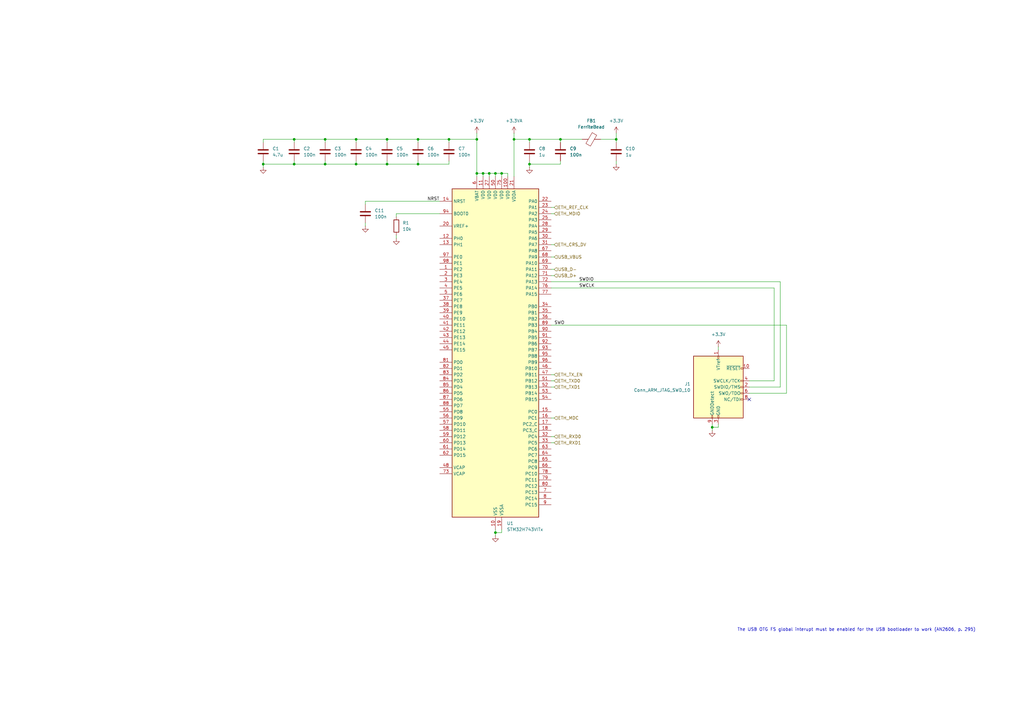
<source format=kicad_sch>
(kicad_sch
	(version 20250114)
	(generator "eeschema")
	(generator_version "9.0")
	(uuid "1727f972-808e-41a5-914b-0318341ace0c")
	(paper "A3")
	(lib_symbols
		(symbol "Connector:Conn_ARM_JTAG_SWD_10"
			(pin_names
				(offset 1.016)
			)
			(exclude_from_sim no)
			(in_bom yes)
			(on_board yes)
			(property "Reference" "J"
				(at -2.54 16.51 0)
				(effects
					(font
						(size 1.27 1.27)
					)
					(justify right)
				)
			)
			(property "Value" "Conn_ARM_JTAG_SWD_10"
				(at -2.54 13.97 0)
				(effects
					(font
						(size 1.27 1.27)
					)
					(justify right bottom)
				)
			)
			(property "Footprint" ""
				(at 0 0 0)
				(effects
					(font
						(size 1.27 1.27)
					)
					(hide yes)
				)
			)
			(property "Datasheet" "http://infocenter.arm.com/help/topic/com.arm.doc.ddi0314h/DDI0314H_coresight_components_trm.pdf"
				(at -8.89 -31.75 90)
				(effects
					(font
						(size 1.27 1.27)
					)
					(hide yes)
				)
			)
			(property "Description" "Cortex Debug Connector, standard ARM Cortex-M SWD and JTAG interface"
				(at 0 0 0)
				(effects
					(font
						(size 1.27 1.27)
					)
					(hide yes)
				)
			)
			(property "ki_keywords" "Cortex Debug Connector ARM SWD JTAG"
				(at 0 0 0)
				(effects
					(font
						(size 1.27 1.27)
					)
					(hide yes)
				)
			)
			(property "ki_fp_filters" "PinHeader?2x05?P1.27mm*"
				(at 0 0 0)
				(effects
					(font
						(size 1.27 1.27)
					)
					(hide yes)
				)
			)
			(symbol "Conn_ARM_JTAG_SWD_10_0_1"
				(rectangle
					(start -10.16 12.7)
					(end 10.16 -12.7)
					(stroke
						(width 0.254)
						(type default)
					)
					(fill
						(type background)
					)
				)
				(rectangle
					(start -2.794 -12.7)
					(end -2.286 -11.684)
					(stroke
						(width 0)
						(type default)
					)
					(fill
						(type none)
					)
				)
				(rectangle
					(start -0.254 12.7)
					(end 0.254 11.684)
					(stroke
						(width 0)
						(type default)
					)
					(fill
						(type none)
					)
				)
				(rectangle
					(start -0.254 -12.7)
					(end 0.254 -11.684)
					(stroke
						(width 0)
						(type default)
					)
					(fill
						(type none)
					)
				)
				(rectangle
					(start 9.144 2.286)
					(end 10.16 2.794)
					(stroke
						(width 0)
						(type default)
					)
					(fill
						(type none)
					)
				)
				(rectangle
					(start 10.16 7.874)
					(end 9.144 7.366)
					(stroke
						(width 0)
						(type default)
					)
					(fill
						(type none)
					)
				)
				(rectangle
					(start 10.16 -0.254)
					(end 9.144 0.254)
					(stroke
						(width 0)
						(type default)
					)
					(fill
						(type none)
					)
				)
				(rectangle
					(start 10.16 -2.794)
					(end 9.144 -2.286)
					(stroke
						(width 0)
						(type default)
					)
					(fill
						(type none)
					)
				)
			)
			(symbol "Conn_ARM_JTAG_SWD_10_1_1"
				(rectangle
					(start 9.144 -5.334)
					(end 10.16 -4.826)
					(stroke
						(width 0)
						(type default)
					)
					(fill
						(type none)
					)
				)
				(pin no_connect line
					(at -10.16 0 0)
					(length 2.54)
					(hide yes)
					(name "KEY"
						(effects
							(font
								(size 1.27 1.27)
							)
						)
					)
					(number "7"
						(effects
							(font
								(size 1.27 1.27)
							)
						)
					)
				)
				(pin passive line
					(at -2.54 -15.24 90)
					(length 2.54)
					(name "GNDDetect"
						(effects
							(font
								(size 1.27 1.27)
							)
						)
					)
					(number "9"
						(effects
							(font
								(size 1.27 1.27)
							)
						)
					)
				)
				(pin power_in line
					(at 0 15.24 270)
					(length 2.54)
					(name "VTref"
						(effects
							(font
								(size 1.27 1.27)
							)
						)
					)
					(number "1"
						(effects
							(font
								(size 1.27 1.27)
							)
						)
					)
				)
				(pin power_in line
					(at 0 -15.24 90)
					(length 2.54)
					(name "GND"
						(effects
							(font
								(size 1.27 1.27)
							)
						)
					)
					(number "3"
						(effects
							(font
								(size 1.27 1.27)
							)
						)
					)
				)
				(pin passive line
					(at 0 -15.24 90)
					(length 2.54)
					(hide yes)
					(name "GND"
						(effects
							(font
								(size 1.27 1.27)
							)
						)
					)
					(number "5"
						(effects
							(font
								(size 1.27 1.27)
							)
						)
					)
				)
				(pin open_collector line
					(at 12.7 7.62 180)
					(length 2.54)
					(name "~{RESET}"
						(effects
							(font
								(size 1.27 1.27)
							)
						)
					)
					(number "10"
						(effects
							(font
								(size 1.27 1.27)
							)
						)
					)
				)
				(pin output line
					(at 12.7 2.54 180)
					(length 2.54)
					(name "SWCLK/TCK"
						(effects
							(font
								(size 1.27 1.27)
							)
						)
					)
					(number "4"
						(effects
							(font
								(size 1.27 1.27)
							)
						)
					)
				)
				(pin bidirectional line
					(at 12.7 0 180)
					(length 2.54)
					(name "SWDIO/TMS"
						(effects
							(font
								(size 1.27 1.27)
							)
						)
					)
					(number "2"
						(effects
							(font
								(size 1.27 1.27)
							)
						)
					)
				)
				(pin input line
					(at 12.7 -2.54 180)
					(length 2.54)
					(name "SWO/TDO"
						(effects
							(font
								(size 1.27 1.27)
							)
						)
					)
					(number "6"
						(effects
							(font
								(size 1.27 1.27)
							)
						)
					)
				)
				(pin output line
					(at 12.7 -5.08 180)
					(length 2.54)
					(name "NC/TDI"
						(effects
							(font
								(size 1.27 1.27)
							)
						)
					)
					(number "8"
						(effects
							(font
								(size 1.27 1.27)
							)
						)
					)
				)
			)
			(embedded_fonts no)
		)
		(symbol "Device:C"
			(pin_numbers
				(hide yes)
			)
			(pin_names
				(offset 0.254)
			)
			(exclude_from_sim no)
			(in_bom yes)
			(on_board yes)
			(property "Reference" "C"
				(at 0.635 2.54 0)
				(effects
					(font
						(size 1.27 1.27)
					)
					(justify left)
				)
			)
			(property "Value" "C"
				(at 0.635 -2.54 0)
				(effects
					(font
						(size 1.27 1.27)
					)
					(justify left)
				)
			)
			(property "Footprint" ""
				(at 0.9652 -3.81 0)
				(effects
					(font
						(size 1.27 1.27)
					)
					(hide yes)
				)
			)
			(property "Datasheet" "~"
				(at 0 0 0)
				(effects
					(font
						(size 1.27 1.27)
					)
					(hide yes)
				)
			)
			(property "Description" "Unpolarized capacitor"
				(at 0 0 0)
				(effects
					(font
						(size 1.27 1.27)
					)
					(hide yes)
				)
			)
			(property "ki_keywords" "cap capacitor"
				(at 0 0 0)
				(effects
					(font
						(size 1.27 1.27)
					)
					(hide yes)
				)
			)
			(property "ki_fp_filters" "C_*"
				(at 0 0 0)
				(effects
					(font
						(size 1.27 1.27)
					)
					(hide yes)
				)
			)
			(symbol "C_0_1"
				(polyline
					(pts
						(xy -2.032 0.762) (xy 2.032 0.762)
					)
					(stroke
						(width 0.508)
						(type default)
					)
					(fill
						(type none)
					)
				)
				(polyline
					(pts
						(xy -2.032 -0.762) (xy 2.032 -0.762)
					)
					(stroke
						(width 0.508)
						(type default)
					)
					(fill
						(type none)
					)
				)
			)
			(symbol "C_1_1"
				(pin passive line
					(at 0 3.81 270)
					(length 2.794)
					(name "~"
						(effects
							(font
								(size 1.27 1.27)
							)
						)
					)
					(number "1"
						(effects
							(font
								(size 1.27 1.27)
							)
						)
					)
				)
				(pin passive line
					(at 0 -3.81 90)
					(length 2.794)
					(name "~"
						(effects
							(font
								(size 1.27 1.27)
							)
						)
					)
					(number "2"
						(effects
							(font
								(size 1.27 1.27)
							)
						)
					)
				)
			)
			(embedded_fonts no)
		)
		(symbol "Device:FerriteBead"
			(pin_numbers
				(hide yes)
			)
			(pin_names
				(offset 0)
			)
			(exclude_from_sim no)
			(in_bom yes)
			(on_board yes)
			(property "Reference" "FB"
				(at -3.81 0.635 90)
				(effects
					(font
						(size 1.27 1.27)
					)
				)
			)
			(property "Value" "FerriteBead"
				(at 3.81 0 90)
				(effects
					(font
						(size 1.27 1.27)
					)
				)
			)
			(property "Footprint" ""
				(at -1.778 0 90)
				(effects
					(font
						(size 1.27 1.27)
					)
					(hide yes)
				)
			)
			(property "Datasheet" "~"
				(at 0 0 0)
				(effects
					(font
						(size 1.27 1.27)
					)
					(hide yes)
				)
			)
			(property "Description" "Ferrite bead"
				(at 0 0 0)
				(effects
					(font
						(size 1.27 1.27)
					)
					(hide yes)
				)
			)
			(property "ki_keywords" "L ferrite bead inductor filter"
				(at 0 0 0)
				(effects
					(font
						(size 1.27 1.27)
					)
					(hide yes)
				)
			)
			(property "ki_fp_filters" "Inductor_* L_* *Ferrite*"
				(at 0 0 0)
				(effects
					(font
						(size 1.27 1.27)
					)
					(hide yes)
				)
			)
			(symbol "FerriteBead_0_1"
				(polyline
					(pts
						(xy -2.7686 0.4064) (xy -1.7018 2.2606) (xy 2.7686 -0.3048) (xy 1.6764 -2.159) (xy -2.7686 0.4064)
					)
					(stroke
						(width 0)
						(type default)
					)
					(fill
						(type none)
					)
				)
				(polyline
					(pts
						(xy 0 1.27) (xy 0 1.2954)
					)
					(stroke
						(width 0)
						(type default)
					)
					(fill
						(type none)
					)
				)
				(polyline
					(pts
						(xy 0 -1.27) (xy 0 -1.2192)
					)
					(stroke
						(width 0)
						(type default)
					)
					(fill
						(type none)
					)
				)
			)
			(symbol "FerriteBead_1_1"
				(pin passive line
					(at 0 3.81 270)
					(length 2.54)
					(name "~"
						(effects
							(font
								(size 1.27 1.27)
							)
						)
					)
					(number "1"
						(effects
							(font
								(size 1.27 1.27)
							)
						)
					)
				)
				(pin passive line
					(at 0 -3.81 90)
					(length 2.54)
					(name "~"
						(effects
							(font
								(size 1.27 1.27)
							)
						)
					)
					(number "2"
						(effects
							(font
								(size 1.27 1.27)
							)
						)
					)
				)
			)
			(embedded_fonts no)
		)
		(symbol "Device:R"
			(pin_numbers
				(hide yes)
			)
			(pin_names
				(offset 0)
			)
			(exclude_from_sim no)
			(in_bom yes)
			(on_board yes)
			(property "Reference" "R"
				(at 2.032 0 90)
				(effects
					(font
						(size 1.27 1.27)
					)
				)
			)
			(property "Value" "R"
				(at 0 0 90)
				(effects
					(font
						(size 1.27 1.27)
					)
				)
			)
			(property "Footprint" ""
				(at -1.778 0 90)
				(effects
					(font
						(size 1.27 1.27)
					)
					(hide yes)
				)
			)
			(property "Datasheet" "~"
				(at 0 0 0)
				(effects
					(font
						(size 1.27 1.27)
					)
					(hide yes)
				)
			)
			(property "Description" "Resistor"
				(at 0 0 0)
				(effects
					(font
						(size 1.27 1.27)
					)
					(hide yes)
				)
			)
			(property "ki_keywords" "R res resistor"
				(at 0 0 0)
				(effects
					(font
						(size 1.27 1.27)
					)
					(hide yes)
				)
			)
			(property "ki_fp_filters" "R_*"
				(at 0 0 0)
				(effects
					(font
						(size 1.27 1.27)
					)
					(hide yes)
				)
			)
			(symbol "R_0_1"
				(rectangle
					(start -1.016 -2.54)
					(end 1.016 2.54)
					(stroke
						(width 0.254)
						(type default)
					)
					(fill
						(type none)
					)
				)
			)
			(symbol "R_1_1"
				(pin passive line
					(at 0 3.81 270)
					(length 1.27)
					(name "~"
						(effects
							(font
								(size 1.27 1.27)
							)
						)
					)
					(number "1"
						(effects
							(font
								(size 1.27 1.27)
							)
						)
					)
				)
				(pin passive line
					(at 0 -3.81 90)
					(length 1.27)
					(name "~"
						(effects
							(font
								(size 1.27 1.27)
							)
						)
					)
					(number "2"
						(effects
							(font
								(size 1.27 1.27)
							)
						)
					)
				)
			)
			(embedded_fonts no)
		)
		(symbol "MCU_ST_STM32H7:STM32H743VITx"
			(exclude_from_sim no)
			(in_bom yes)
			(on_board yes)
			(property "Reference" "U"
				(at -17.78 69.85 0)
				(effects
					(font
						(size 1.27 1.27)
					)
					(justify left)
				)
			)
			(property "Value" "STM32H743VITx"
				(at 10.16 69.85 0)
				(effects
					(font
						(size 1.27 1.27)
					)
					(justify left)
				)
			)
			(property "Footprint" "Package_QFP:LQFP-100_14x14mm_P0.5mm"
				(at -17.78 -66.04 0)
				(effects
					(font
						(size 1.27 1.27)
					)
					(justify right)
					(hide yes)
				)
			)
			(property "Datasheet" "https://www.st.com/resource/en/datasheet/stm32h743vi.pdf"
				(at 0 0 0)
				(effects
					(font
						(size 1.27 1.27)
					)
					(hide yes)
				)
			)
			(property "Description" "STMicroelectronics Arm Cortex-M7 MCU, 2048KB flash, 1024KB RAM, 480 MHz, 1.71-3.6V, 82 GPIO, LQFP100"
				(at 0 0 0)
				(effects
					(font
						(size 1.27 1.27)
					)
					(hide yes)
				)
			)
			(property "ki_keywords" "Arm Cortex-M7 STM32H7 STM32H743/753"
				(at 0 0 0)
				(effects
					(font
						(size 1.27 1.27)
					)
					(hide yes)
				)
			)
			(property "ki_fp_filters" "LQFP*14x14mm*P0.5mm*"
				(at 0 0 0)
				(effects
					(font
						(size 1.27 1.27)
					)
					(hide yes)
				)
			)
			(symbol "STM32H743VITx_0_1"
				(rectangle
					(start -17.78 -66.04)
					(end 17.78 68.58)
					(stroke
						(width 0.254)
						(type default)
					)
					(fill
						(type background)
					)
				)
			)
			(symbol "STM32H743VITx_1_1"
				(pin input line
					(at -22.86 63.5 0)
					(length 5.08)
					(name "NRST"
						(effects
							(font
								(size 1.27 1.27)
							)
						)
					)
					(number "14"
						(effects
							(font
								(size 1.27 1.27)
							)
						)
					)
				)
				(pin input line
					(at -22.86 58.42 0)
					(length 5.08)
					(name "BOOT0"
						(effects
							(font
								(size 1.27 1.27)
							)
						)
					)
					(number "94"
						(effects
							(font
								(size 1.27 1.27)
							)
						)
					)
				)
				(pin input line
					(at -22.86 53.34 0)
					(length 5.08)
					(name "VREF+"
						(effects
							(font
								(size 1.27 1.27)
							)
						)
					)
					(number "20"
						(effects
							(font
								(size 1.27 1.27)
							)
						)
					)
					(alternate "VREFBUF_OUT" bidirectional line)
				)
				(pin bidirectional line
					(at -22.86 48.26 0)
					(length 5.08)
					(name "PH0"
						(effects
							(font
								(size 1.27 1.27)
							)
						)
					)
					(number "12"
						(effects
							(font
								(size 1.27 1.27)
							)
						)
					)
					(alternate "RCC_OSC_IN" bidirectional line)
				)
				(pin bidirectional line
					(at -22.86 45.72 0)
					(length 5.08)
					(name "PH1"
						(effects
							(font
								(size 1.27 1.27)
							)
						)
					)
					(number "13"
						(effects
							(font
								(size 1.27 1.27)
							)
						)
					)
					(alternate "RCC_OSC_OUT" bidirectional line)
				)
				(pin bidirectional line
					(at -22.86 40.64 0)
					(length 5.08)
					(name "PE0"
						(effects
							(font
								(size 1.27 1.27)
							)
						)
					)
					(number "97"
						(effects
							(font
								(size 1.27 1.27)
							)
						)
					)
					(alternate "DCMI_D2" bidirectional line)
					(alternate "FMC_NBL0" bidirectional line)
					(alternate "HRTIM_SCIN" bidirectional line)
					(alternate "LPTIM1_ETR" bidirectional line)
					(alternate "LPTIM2_ETR" bidirectional line)
					(alternate "SAI2_MCLK_A" bidirectional line)
					(alternate "TIM4_ETR" bidirectional line)
					(alternate "UART8_RX" bidirectional line)
				)
				(pin bidirectional line
					(at -22.86 38.1 0)
					(length 5.08)
					(name "PE1"
						(effects
							(font
								(size 1.27 1.27)
							)
						)
					)
					(number "98"
						(effects
							(font
								(size 1.27 1.27)
							)
						)
					)
					(alternate "DCMI_D3" bidirectional line)
					(alternate "FMC_NBL1" bidirectional line)
					(alternate "HRTIM_SCOUT" bidirectional line)
					(alternate "LPTIM1_IN2" bidirectional line)
					(alternate "UART8_TX" bidirectional line)
				)
				(pin bidirectional line
					(at -22.86 35.56 0)
					(length 5.08)
					(name "PE2"
						(effects
							(font
								(size 1.27 1.27)
							)
						)
					)
					(number "1"
						(effects
							(font
								(size 1.27 1.27)
							)
						)
					)
					(alternate "DEBUG_TRACECLK" bidirectional line)
					(alternate "ETH_TXD3" bidirectional line)
					(alternate "FMC_A23" bidirectional line)
					(alternate "QUADSPI_BK1_IO2" bidirectional line)
					(alternate "SAI1_CK1" bidirectional line)
					(alternate "SAI1_MCLK_A" bidirectional line)
					(alternate "SAI4_CK1" bidirectional line)
					(alternate "SAI4_MCLK_A" bidirectional line)
					(alternate "SPI4_SCK" bidirectional line)
				)
				(pin bidirectional line
					(at -22.86 33.02 0)
					(length 5.08)
					(name "PE3"
						(effects
							(font
								(size 1.27 1.27)
							)
						)
					)
					(number "2"
						(effects
							(font
								(size 1.27 1.27)
							)
						)
					)
					(alternate "DEBUG_TRACED0" bidirectional line)
					(alternate "FMC_A19" bidirectional line)
					(alternate "SAI1_SD_B" bidirectional line)
					(alternate "SAI4_SD_B" bidirectional line)
					(alternate "TIM15_BKIN" bidirectional line)
				)
				(pin bidirectional line
					(at -22.86 30.48 0)
					(length 5.08)
					(name "PE4"
						(effects
							(font
								(size 1.27 1.27)
							)
						)
					)
					(number "3"
						(effects
							(font
								(size 1.27 1.27)
							)
						)
					)
					(alternate "DCMI_D4" bidirectional line)
					(alternate "DEBUG_TRACED1" bidirectional line)
					(alternate "DFSDM1_DATIN3" bidirectional line)
					(alternate "FMC_A20" bidirectional line)
					(alternate "LTDC_B0" bidirectional line)
					(alternate "SAI1_D2" bidirectional line)
					(alternate "SAI1_FS_A" bidirectional line)
					(alternate "SAI4_D2" bidirectional line)
					(alternate "SAI4_FS_A" bidirectional line)
					(alternate "SPI4_NSS" bidirectional line)
					(alternate "TIM15_CH1N" bidirectional line)
				)
				(pin bidirectional line
					(at -22.86 27.94 0)
					(length 5.08)
					(name "PE5"
						(effects
							(font
								(size 1.27 1.27)
							)
						)
					)
					(number "4"
						(effects
							(font
								(size 1.27 1.27)
							)
						)
					)
					(alternate "DCMI_D6" bidirectional line)
					(alternate "DEBUG_TRACED2" bidirectional line)
					(alternate "DFSDM1_CKIN3" bidirectional line)
					(alternate "FMC_A21" bidirectional line)
					(alternate "LTDC_G0" bidirectional line)
					(alternate "SAI1_CK2" bidirectional line)
					(alternate "SAI1_SCK_A" bidirectional line)
					(alternate "SAI4_CK2" bidirectional line)
					(alternate "SAI4_SCK_A" bidirectional line)
					(alternate "SPI4_MISO" bidirectional line)
					(alternate "TIM15_CH1" bidirectional line)
				)
				(pin bidirectional line
					(at -22.86 25.4 0)
					(length 5.08)
					(name "PE6"
						(effects
							(font
								(size 1.27 1.27)
							)
						)
					)
					(number "5"
						(effects
							(font
								(size 1.27 1.27)
							)
						)
					)
					(alternate "DCMI_D7" bidirectional line)
					(alternate "DEBUG_TRACED3" bidirectional line)
					(alternate "FMC_A22" bidirectional line)
					(alternate "LTDC_G1" bidirectional line)
					(alternate "SAI1_D1" bidirectional line)
					(alternate "SAI1_SD_A" bidirectional line)
					(alternate "SAI2_MCLK_B" bidirectional line)
					(alternate "SAI4_D1" bidirectional line)
					(alternate "SAI4_SD_A" bidirectional line)
					(alternate "SPI4_MOSI" bidirectional line)
					(alternate "TIM15_CH2" bidirectional line)
					(alternate "TIM1_BKIN2" bidirectional line)
					(alternate "TIM1_BKIN2_COMP1" bidirectional line)
					(alternate "TIM1_BKIN2_COMP2" bidirectional line)
				)
				(pin bidirectional line
					(at -22.86 22.86 0)
					(length 5.08)
					(name "PE7"
						(effects
							(font
								(size 1.27 1.27)
							)
						)
					)
					(number "37"
						(effects
							(font
								(size 1.27 1.27)
							)
						)
					)
					(alternate "COMP2_INM" bidirectional line)
					(alternate "DFSDM1_DATIN2" bidirectional line)
					(alternate "FMC_D4" bidirectional line)
					(alternate "FMC_DA4" bidirectional line)
					(alternate "OPAMP2_VOUT" bidirectional line)
					(alternate "QUADSPI_BK2_IO0" bidirectional line)
					(alternate "TIM1_ETR" bidirectional line)
					(alternate "UART7_RX" bidirectional line)
				)
				(pin bidirectional line
					(at -22.86 20.32 0)
					(length 5.08)
					(name "PE8"
						(effects
							(font
								(size 1.27 1.27)
							)
						)
					)
					(number "38"
						(effects
							(font
								(size 1.27 1.27)
							)
						)
					)
					(alternate "COMP2_OUT" bidirectional line)
					(alternate "DFSDM1_CKIN2" bidirectional line)
					(alternate "FMC_D5" bidirectional line)
					(alternate "FMC_DA5" bidirectional line)
					(alternate "OPAMP2_VINM" bidirectional line)
					(alternate "OPAMP2_VINM0" bidirectional line)
					(alternate "QUADSPI_BK2_IO1" bidirectional line)
					(alternate "TIM1_CH1N" bidirectional line)
					(alternate "UART7_TX" bidirectional line)
				)
				(pin bidirectional line
					(at -22.86 17.78 0)
					(length 5.08)
					(name "PE9"
						(effects
							(font
								(size 1.27 1.27)
							)
						)
					)
					(number "39"
						(effects
							(font
								(size 1.27 1.27)
							)
						)
					)
					(alternate "COMP2_INP" bidirectional line)
					(alternate "DAC1_EXTI9" bidirectional line)
					(alternate "DFSDM1_CKOUT" bidirectional line)
					(alternate "FMC_D6" bidirectional line)
					(alternate "FMC_DA6" bidirectional line)
					(alternate "OPAMP2_VINP" bidirectional line)
					(alternate "QUADSPI_BK2_IO2" bidirectional line)
					(alternate "TIM1_CH1" bidirectional line)
					(alternate "UART7_DE" bidirectional line)
					(alternate "UART7_RTS" bidirectional line)
				)
				(pin bidirectional line
					(at -22.86 15.24 0)
					(length 5.08)
					(name "PE10"
						(effects
							(font
								(size 1.27 1.27)
							)
						)
					)
					(number "40"
						(effects
							(font
								(size 1.27 1.27)
							)
						)
					)
					(alternate "COMP2_INM" bidirectional line)
					(alternate "DFSDM1_DATIN4" bidirectional line)
					(alternate "FMC_D7" bidirectional line)
					(alternate "FMC_DA7" bidirectional line)
					(alternate "QUADSPI_BK2_IO3" bidirectional line)
					(alternate "TIM1_CH2N" bidirectional line)
					(alternate "UART7_CTS" bidirectional line)
				)
				(pin bidirectional line
					(at -22.86 12.7 0)
					(length 5.08)
					(name "PE11"
						(effects
							(font
								(size 1.27 1.27)
							)
						)
					)
					(number "41"
						(effects
							(font
								(size 1.27 1.27)
							)
						)
					)
					(alternate "ADC1_EXTI11" bidirectional line)
					(alternate "ADC2_EXTI11" bidirectional line)
					(alternate "ADC3_EXTI11" bidirectional line)
					(alternate "COMP2_INP" bidirectional line)
					(alternate "DFSDM1_CKIN4" bidirectional line)
					(alternate "FMC_D8" bidirectional line)
					(alternate "FMC_DA8" bidirectional line)
					(alternate "LTDC_G3" bidirectional line)
					(alternate "SAI2_SD_B" bidirectional line)
					(alternate "SPI4_NSS" bidirectional line)
					(alternate "TIM1_CH2" bidirectional line)
				)
				(pin bidirectional line
					(at -22.86 10.16 0)
					(length 5.08)
					(name "PE12"
						(effects
							(font
								(size 1.27 1.27)
							)
						)
					)
					(number "42"
						(effects
							(font
								(size 1.27 1.27)
							)
						)
					)
					(alternate "COMP1_OUT" bidirectional line)
					(alternate "DFSDM1_DATIN5" bidirectional line)
					(alternate "FMC_D9" bidirectional line)
					(alternate "FMC_DA9" bidirectional line)
					(alternate "LTDC_B4" bidirectional line)
					(alternate "SAI2_SCK_B" bidirectional line)
					(alternate "SPI4_SCK" bidirectional line)
					(alternate "TIM1_CH3N" bidirectional line)
				)
				(pin bidirectional line
					(at -22.86 7.62 0)
					(length 5.08)
					(name "PE13"
						(effects
							(font
								(size 1.27 1.27)
							)
						)
					)
					(number "43"
						(effects
							(font
								(size 1.27 1.27)
							)
						)
					)
					(alternate "COMP2_OUT" bidirectional line)
					(alternate "DFSDM1_CKIN5" bidirectional line)
					(alternate "FMC_D10" bidirectional line)
					(alternate "FMC_DA10" bidirectional line)
					(alternate "LTDC_DE" bidirectional line)
					(alternate "SAI2_FS_B" bidirectional line)
					(alternate "SPI4_MISO" bidirectional line)
					(alternate "TIM1_CH3" bidirectional line)
				)
				(pin bidirectional line
					(at -22.86 5.08 0)
					(length 5.08)
					(name "PE14"
						(effects
							(font
								(size 1.27 1.27)
							)
						)
					)
					(number "44"
						(effects
							(font
								(size 1.27 1.27)
							)
						)
					)
					(alternate "FMC_D11" bidirectional line)
					(alternate "FMC_DA11" bidirectional line)
					(alternate "LTDC_CLK" bidirectional line)
					(alternate "SAI2_MCLK_B" bidirectional line)
					(alternate "SPI4_MOSI" bidirectional line)
					(alternate "TIM1_CH4" bidirectional line)
				)
				(pin bidirectional line
					(at -22.86 2.54 0)
					(length 5.08)
					(name "PE15"
						(effects
							(font
								(size 1.27 1.27)
							)
						)
					)
					(number "45"
						(effects
							(font
								(size 1.27 1.27)
							)
						)
					)
					(alternate "ADC1_EXTI15" bidirectional line)
					(alternate "ADC2_EXTI15" bidirectional line)
					(alternate "ADC3_EXTI15" bidirectional line)
					(alternate "FMC_D12" bidirectional line)
					(alternate "FMC_DA12" bidirectional line)
					(alternate "LTDC_R7" bidirectional line)
					(alternate "TIM1_BKIN" bidirectional line)
					(alternate "TIM1_BKIN_COMP1" bidirectional line)
					(alternate "TIM1_BKIN_COMP2" bidirectional line)
				)
				(pin bidirectional line
					(at -22.86 -2.54 0)
					(length 5.08)
					(name "PD0"
						(effects
							(font
								(size 1.27 1.27)
							)
						)
					)
					(number "81"
						(effects
							(font
								(size 1.27 1.27)
							)
						)
					)
					(alternate "DFSDM1_CKIN6" bidirectional line)
					(alternate "FDCAN1_RX" bidirectional line)
					(alternate "FMC_D2" bidirectional line)
					(alternate "FMC_DA2" bidirectional line)
					(alternate "SAI3_SCK_A" bidirectional line)
					(alternate "UART4_RX" bidirectional line)
				)
				(pin bidirectional line
					(at -22.86 -5.08 0)
					(length 5.08)
					(name "PD1"
						(effects
							(font
								(size 1.27 1.27)
							)
						)
					)
					(number "82"
						(effects
							(font
								(size 1.27 1.27)
							)
						)
					)
					(alternate "DFSDM1_DATIN6" bidirectional line)
					(alternate "FDCAN1_TX" bidirectional line)
					(alternate "FMC_D3" bidirectional line)
					(alternate "FMC_DA3" bidirectional line)
					(alternate "SAI3_SD_A" bidirectional line)
					(alternate "UART4_TX" bidirectional line)
				)
				(pin bidirectional line
					(at -22.86 -7.62 0)
					(length 5.08)
					(name "PD2"
						(effects
							(font
								(size 1.27 1.27)
							)
						)
					)
					(number "83"
						(effects
							(font
								(size 1.27 1.27)
							)
						)
					)
					(alternate "DCMI_D11" bidirectional line)
					(alternate "DEBUG_TRACED2" bidirectional line)
					(alternate "SDMMC1_CMD" bidirectional line)
					(alternate "TIM3_ETR" bidirectional line)
					(alternate "UART5_RX" bidirectional line)
				)
				(pin bidirectional line
					(at -22.86 -10.16 0)
					(length 5.08)
					(name "PD3"
						(effects
							(font
								(size 1.27 1.27)
							)
						)
					)
					(number "84"
						(effects
							(font
								(size 1.27 1.27)
							)
						)
					)
					(alternate "DCMI_D5" bidirectional line)
					(alternate "DFSDM1_CKOUT" bidirectional line)
					(alternate "FMC_CLK" bidirectional line)
					(alternate "I2S2_CK" bidirectional line)
					(alternate "LTDC_G7" bidirectional line)
					(alternate "SPI2_SCK" bidirectional line)
					(alternate "USART2_CTS" bidirectional line)
					(alternate "USART2_NSS" bidirectional line)
				)
				(pin bidirectional line
					(at -22.86 -12.7 0)
					(length 5.08)
					(name "PD4"
						(effects
							(font
								(size 1.27 1.27)
							)
						)
					)
					(number "85"
						(effects
							(font
								(size 1.27 1.27)
							)
						)
					)
					(alternate "FMC_NOE" bidirectional line)
					(alternate "HRTIM_FLT3" bidirectional line)
					(alternate "SAI3_FS_A" bidirectional line)
					(alternate "USART2_DE" bidirectional line)
					(alternate "USART2_RTS" bidirectional line)
				)
				(pin bidirectional line
					(at -22.86 -15.24 0)
					(length 5.08)
					(name "PD5"
						(effects
							(font
								(size 1.27 1.27)
							)
						)
					)
					(number "86"
						(effects
							(font
								(size 1.27 1.27)
							)
						)
					)
					(alternate "FMC_NWE" bidirectional line)
					(alternate "HRTIM_EEV3" bidirectional line)
					(alternate "USART2_TX" bidirectional line)
				)
				(pin bidirectional line
					(at -22.86 -17.78 0)
					(length 5.08)
					(name "PD6"
						(effects
							(font
								(size 1.27 1.27)
							)
						)
					)
					(number "87"
						(effects
							(font
								(size 1.27 1.27)
							)
						)
					)
					(alternate "DCMI_D10" bidirectional line)
					(alternate "DFSDM1_CKIN4" bidirectional line)
					(alternate "DFSDM1_DATIN1" bidirectional line)
					(alternate "FMC_NWAIT" bidirectional line)
					(alternate "I2S3_SDO" bidirectional line)
					(alternate "LTDC_B2" bidirectional line)
					(alternate "SAI1_D1" bidirectional line)
					(alternate "SAI1_SD_A" bidirectional line)
					(alternate "SAI4_D1" bidirectional line)
					(alternate "SAI4_SD_A" bidirectional line)
					(alternate "SDMMC2_CK" bidirectional line)
					(alternate "SPI3_MOSI" bidirectional line)
					(alternate "USART2_RX" bidirectional line)
				)
				(pin bidirectional line
					(at -22.86 -20.32 0)
					(length 5.08)
					(name "PD7"
						(effects
							(font
								(size 1.27 1.27)
							)
						)
					)
					(number "88"
						(effects
							(font
								(size 1.27 1.27)
							)
						)
					)
					(alternate "DFSDM1_CKIN1" bidirectional line)
					(alternate "DFSDM1_DATIN4" bidirectional line)
					(alternate "FMC_NE1" bidirectional line)
					(alternate "I2S1_SDO" bidirectional line)
					(alternate "SDMMC2_CMD" bidirectional line)
					(alternate "SPDIFRX1_IN0" bidirectional line)
					(alternate "SPI1_MOSI" bidirectional line)
					(alternate "USART2_CK" bidirectional line)
				)
				(pin bidirectional line
					(at -22.86 -22.86 0)
					(length 5.08)
					(name "PD8"
						(effects
							(font
								(size 1.27 1.27)
							)
						)
					)
					(number "55"
						(effects
							(font
								(size 1.27 1.27)
							)
						)
					)
					(alternate "DFSDM1_CKIN3" bidirectional line)
					(alternate "FMC_D13" bidirectional line)
					(alternate "FMC_DA13" bidirectional line)
					(alternate "SAI3_SCK_B" bidirectional line)
					(alternate "SPDIFRX1_IN1" bidirectional line)
					(alternate "USART3_TX" bidirectional line)
				)
				(pin bidirectional line
					(at -22.86 -25.4 0)
					(length 5.08)
					(name "PD9"
						(effects
							(font
								(size 1.27 1.27)
							)
						)
					)
					(number "56"
						(effects
							(font
								(size 1.27 1.27)
							)
						)
					)
					(alternate "DAC1_EXTI9" bidirectional line)
					(alternate "DFSDM1_DATIN3" bidirectional line)
					(alternate "FMC_D14" bidirectional line)
					(alternate "FMC_DA14" bidirectional line)
					(alternate "SAI3_SD_B" bidirectional line)
					(alternate "USART3_RX" bidirectional line)
				)
				(pin bidirectional line
					(at -22.86 -27.94 0)
					(length 5.08)
					(name "PD10"
						(effects
							(font
								(size 1.27 1.27)
							)
						)
					)
					(number "57"
						(effects
							(font
								(size 1.27 1.27)
							)
						)
					)
					(alternate "DFSDM1_CKOUT" bidirectional line)
					(alternate "FMC_D15" bidirectional line)
					(alternate "FMC_DA15" bidirectional line)
					(alternate "LTDC_B3" bidirectional line)
					(alternate "SAI3_FS_B" bidirectional line)
					(alternate "USART3_CK" bidirectional line)
				)
				(pin bidirectional line
					(at -22.86 -30.48 0)
					(length 5.08)
					(name "PD11"
						(effects
							(font
								(size 1.27 1.27)
							)
						)
					)
					(number "58"
						(effects
							(font
								(size 1.27 1.27)
							)
						)
					)
					(alternate "ADC1_EXTI11" bidirectional line)
					(alternate "ADC2_EXTI11" bidirectional line)
					(alternate "ADC3_EXTI11" bidirectional line)
					(alternate "FMC_A16" bidirectional line)
					(alternate "FMC_CLE" bidirectional line)
					(alternate "I2C4_SMBA" bidirectional line)
					(alternate "LPTIM2_IN2" bidirectional line)
					(alternate "QUADSPI_BK1_IO0" bidirectional line)
					(alternate "SAI2_SD_A" bidirectional line)
					(alternate "USART3_CTS" bidirectional line)
					(alternate "USART3_NSS" bidirectional line)
				)
				(pin bidirectional line
					(at -22.86 -33.02 0)
					(length 5.08)
					(name "PD12"
						(effects
							(font
								(size 1.27 1.27)
							)
						)
					)
					(number "59"
						(effects
							(font
								(size 1.27 1.27)
							)
						)
					)
					(alternate "FMC_A17" bidirectional line)
					(alternate "FMC_ALE" bidirectional line)
					(alternate "I2C4_SCL" bidirectional line)
					(alternate "LPTIM1_IN1" bidirectional line)
					(alternate "LPTIM2_IN1" bidirectional line)
					(alternate "QUADSPI_BK1_IO1" bidirectional line)
					(alternate "SAI2_FS_A" bidirectional line)
					(alternate "TIM4_CH1" bidirectional line)
					(alternate "USART3_DE" bidirectional line)
					(alternate "USART3_RTS" bidirectional line)
				)
				(pin bidirectional line
					(at -22.86 -35.56 0)
					(length 5.08)
					(name "PD13"
						(effects
							(font
								(size 1.27 1.27)
							)
						)
					)
					(number "60"
						(effects
							(font
								(size 1.27 1.27)
							)
						)
					)
					(alternate "FMC_A18" bidirectional line)
					(alternate "I2C4_SDA" bidirectional line)
					(alternate "LPTIM1_OUT" bidirectional line)
					(alternate "QUADSPI_BK1_IO3" bidirectional line)
					(alternate "SAI2_SCK_A" bidirectional line)
					(alternate "TIM4_CH2" bidirectional line)
				)
				(pin bidirectional line
					(at -22.86 -38.1 0)
					(length 5.08)
					(name "PD14"
						(effects
							(font
								(size 1.27 1.27)
							)
						)
					)
					(number "61"
						(effects
							(font
								(size 1.27 1.27)
							)
						)
					)
					(alternate "FMC_D0" bidirectional line)
					(alternate "FMC_DA0" bidirectional line)
					(alternate "SAI3_MCLK_B" bidirectional line)
					(alternate "TIM4_CH3" bidirectional line)
					(alternate "UART8_CTS" bidirectional line)
				)
				(pin bidirectional line
					(at -22.86 -40.64 0)
					(length 5.08)
					(name "PD15"
						(effects
							(font
								(size 1.27 1.27)
							)
						)
					)
					(number "62"
						(effects
							(font
								(size 1.27 1.27)
							)
						)
					)
					(alternate "ADC1_EXTI15" bidirectional line)
					(alternate "ADC2_EXTI15" bidirectional line)
					(alternate "ADC3_EXTI15" bidirectional line)
					(alternate "FMC_D1" bidirectional line)
					(alternate "FMC_DA1" bidirectional line)
					(alternate "SAI3_MCLK_A" bidirectional line)
					(alternate "TIM4_CH4" bidirectional line)
					(alternate "UART8_DE" bidirectional line)
					(alternate "UART8_RTS" bidirectional line)
				)
				(pin power_out line
					(at -22.86 -45.72 0)
					(length 5.08)
					(name "VCAP"
						(effects
							(font
								(size 1.27 1.27)
							)
						)
					)
					(number "48"
						(effects
							(font
								(size 1.27 1.27)
							)
						)
					)
				)
				(pin power_out line
					(at -22.86 -48.26 0)
					(length 5.08)
					(name "VCAP"
						(effects
							(font
								(size 1.27 1.27)
							)
						)
					)
					(number "73"
						(effects
							(font
								(size 1.27 1.27)
							)
						)
					)
				)
				(pin power_in line
					(at -7.62 73.66 270)
					(length 5.08)
					(name "VBAT"
						(effects
							(font
								(size 1.27 1.27)
							)
						)
					)
					(number "6"
						(effects
							(font
								(size 1.27 1.27)
							)
						)
					)
				)
				(pin power_in line
					(at -5.08 73.66 270)
					(length 5.08)
					(name "VDD"
						(effects
							(font
								(size 1.27 1.27)
							)
						)
					)
					(number "11"
						(effects
							(font
								(size 1.27 1.27)
							)
						)
					)
				)
				(pin power_in line
					(at -2.54 73.66 270)
					(length 5.08)
					(name "VDD"
						(effects
							(font
								(size 1.27 1.27)
							)
						)
					)
					(number "27"
						(effects
							(font
								(size 1.27 1.27)
							)
						)
					)
				)
				(pin power_in line
					(at 0 73.66 270)
					(length 5.08)
					(name "VDD"
						(effects
							(font
								(size 1.27 1.27)
							)
						)
					)
					(number "50"
						(effects
							(font
								(size 1.27 1.27)
							)
						)
					)
				)
				(pin power_in line
					(at 0 -71.12 90)
					(length 5.08)
					(name "VSS"
						(effects
							(font
								(size 1.27 1.27)
							)
						)
					)
					(number "10"
						(effects
							(font
								(size 1.27 1.27)
							)
						)
					)
				)
				(pin passive line
					(at 0 -71.12 90)
					(length 5.08)
					(hide yes)
					(name "VSS"
						(effects
							(font
								(size 1.27 1.27)
							)
						)
					)
					(number "26"
						(effects
							(font
								(size 1.27 1.27)
							)
						)
					)
				)
				(pin passive line
					(at 0 -71.12 90)
					(length 5.08)
					(hide yes)
					(name "VSS"
						(effects
							(font
								(size 1.27 1.27)
							)
						)
					)
					(number "49"
						(effects
							(font
								(size 1.27 1.27)
							)
						)
					)
				)
				(pin passive line
					(at 0 -71.12 90)
					(length 5.08)
					(hide yes)
					(name "VSS"
						(effects
							(font
								(size 1.27 1.27)
							)
						)
					)
					(number "74"
						(effects
							(font
								(size 1.27 1.27)
							)
						)
					)
				)
				(pin passive line
					(at 0 -71.12 90)
					(length 5.08)
					(hide yes)
					(name "VSS"
						(effects
							(font
								(size 1.27 1.27)
							)
						)
					)
					(number "99"
						(effects
							(font
								(size 1.27 1.27)
							)
						)
					)
				)
				(pin power_in line
					(at 2.54 73.66 270)
					(length 5.08)
					(name "VDD"
						(effects
							(font
								(size 1.27 1.27)
							)
						)
					)
					(number "75"
						(effects
							(font
								(size 1.27 1.27)
							)
						)
					)
				)
				(pin power_in line
					(at 2.54 -71.12 90)
					(length 5.08)
					(name "VSSA"
						(effects
							(font
								(size 1.27 1.27)
							)
						)
					)
					(number "19"
						(effects
							(font
								(size 1.27 1.27)
							)
						)
					)
				)
				(pin power_in line
					(at 5.08 73.66 270)
					(length 5.08)
					(name "VDD"
						(effects
							(font
								(size 1.27 1.27)
							)
						)
					)
					(number "100"
						(effects
							(font
								(size 1.27 1.27)
							)
						)
					)
				)
				(pin power_in line
					(at 7.62 73.66 270)
					(length 5.08)
					(name "VDDA"
						(effects
							(font
								(size 1.27 1.27)
							)
						)
					)
					(number "21"
						(effects
							(font
								(size 1.27 1.27)
							)
						)
					)
				)
				(pin bidirectional line
					(at 22.86 63.5 180)
					(length 5.08)
					(name "PA0"
						(effects
							(font
								(size 1.27 1.27)
							)
						)
					)
					(number "22"
						(effects
							(font
								(size 1.27 1.27)
							)
						)
					)
					(alternate "ADC1_INP16" bidirectional line)
					(alternate "ETH_CRS" bidirectional line)
					(alternate "PWR_WKUP1" bidirectional line)
					(alternate "SAI2_SD_B" bidirectional line)
					(alternate "SDMMC2_CMD" bidirectional line)
					(alternate "TIM15_BKIN" bidirectional line)
					(alternate "TIM2_CH1" bidirectional line)
					(alternate "TIM2_ETR" bidirectional line)
					(alternate "TIM5_CH1" bidirectional line)
					(alternate "TIM8_ETR" bidirectional line)
					(alternate "UART4_TX" bidirectional line)
					(alternate "USART2_CTS" bidirectional line)
					(alternate "USART2_NSS" bidirectional line)
				)
				(pin bidirectional line
					(at 22.86 60.96 180)
					(length 5.08)
					(name "PA1"
						(effects
							(font
								(size 1.27 1.27)
							)
						)
					)
					(number "23"
						(effects
							(font
								(size 1.27 1.27)
							)
						)
					)
					(alternate "ADC1_INN16" bidirectional line)
					(alternate "ADC1_INP17" bidirectional line)
					(alternate "ETH_REF_CLK" bidirectional line)
					(alternate "ETH_RX_CLK" bidirectional line)
					(alternate "LPTIM3_OUT" bidirectional line)
					(alternate "LTDC_R2" bidirectional line)
					(alternate "QUADSPI_BK1_IO3" bidirectional line)
					(alternate "SAI2_MCLK_B" bidirectional line)
					(alternate "TIM15_CH1N" bidirectional line)
					(alternate "TIM2_CH2" bidirectional line)
					(alternate "TIM5_CH2" bidirectional line)
					(alternate "UART4_RX" bidirectional line)
					(alternate "USART2_DE" bidirectional line)
					(alternate "USART2_RTS" bidirectional line)
				)
				(pin bidirectional line
					(at 22.86 58.42 180)
					(length 5.08)
					(name "PA2"
						(effects
							(font
								(size 1.27 1.27)
							)
						)
					)
					(number "24"
						(effects
							(font
								(size 1.27 1.27)
							)
						)
					)
					(alternate "ADC1_INP14" bidirectional line)
					(alternate "ADC2_INP14" bidirectional line)
					(alternate "ETH_MDIO" bidirectional line)
					(alternate "LPTIM4_OUT" bidirectional line)
					(alternate "LTDC_R1" bidirectional line)
					(alternate "MDIOS_MDIO" bidirectional line)
					(alternate "PWR_WKUP2" bidirectional line)
					(alternate "SAI2_SCK_B" bidirectional line)
					(alternate "TIM15_CH1" bidirectional line)
					(alternate "TIM2_CH3" bidirectional line)
					(alternate "TIM5_CH3" bidirectional line)
					(alternate "USART2_TX" bidirectional line)
				)
				(pin bidirectional line
					(at 22.86 55.88 180)
					(length 5.08)
					(name "PA3"
						(effects
							(font
								(size 1.27 1.27)
							)
						)
					)
					(number "25"
						(effects
							(font
								(size 1.27 1.27)
							)
						)
					)
					(alternate "ADC1_INP15" bidirectional line)
					(alternate "ADC2_INP15" bidirectional line)
					(alternate "ETH_COL" bidirectional line)
					(alternate "LPTIM5_OUT" bidirectional line)
					(alternate "LTDC_B2" bidirectional line)
					(alternate "LTDC_B5" bidirectional line)
					(alternate "TIM15_CH2" bidirectional line)
					(alternate "TIM2_CH4" bidirectional line)
					(alternate "TIM5_CH4" bidirectional line)
					(alternate "USART2_RX" bidirectional line)
					(alternate "USB_OTG_HS_ULPI_D0" bidirectional line)
				)
				(pin bidirectional line
					(at 22.86 53.34 180)
					(length 5.08)
					(name "PA4"
						(effects
							(font
								(size 1.27 1.27)
							)
						)
					)
					(number "28"
						(effects
							(font
								(size 1.27 1.27)
							)
						)
					)
					(alternate "ADC1_INP18" bidirectional line)
					(alternate "ADC2_INP18" bidirectional line)
					(alternate "DAC1_OUT1" bidirectional line)
					(alternate "DCMI_HSYNC" bidirectional line)
					(alternate "I2S1_WS" bidirectional line)
					(alternate "I2S3_WS" bidirectional line)
					(alternate "LTDC_VSYNC" bidirectional line)
					(alternate "SPI1_NSS" bidirectional line)
					(alternate "SPI3_NSS" bidirectional line)
					(alternate "SPI6_NSS" bidirectional line)
					(alternate "TIM5_ETR" bidirectional line)
					(alternate "USART2_CK" bidirectional line)
					(alternate "USB_OTG_HS_SOF" bidirectional line)
				)
				(pin bidirectional line
					(at 22.86 50.8 180)
					(length 5.08)
					(name "PA5"
						(effects
							(font
								(size 1.27 1.27)
							)
						)
					)
					(number "29"
						(effects
							(font
								(size 1.27 1.27)
							)
						)
					)
					(alternate "ADC1_INN18" bidirectional line)
					(alternate "ADC1_INP19" bidirectional line)
					(alternate "ADC2_INN18" bidirectional line)
					(alternate "ADC2_INP19" bidirectional line)
					(alternate "DAC1_OUT2" bidirectional line)
					(alternate "I2S1_CK" bidirectional line)
					(alternate "LTDC_R4" bidirectional line)
					(alternate "PWR_NDSTOP2" bidirectional line)
					(alternate "SPI1_SCK" bidirectional line)
					(alternate "SPI6_SCK" bidirectional line)
					(alternate "TIM2_CH1" bidirectional line)
					(alternate "TIM2_ETR" bidirectional line)
					(alternate "TIM8_CH1N" bidirectional line)
					(alternate "USB_OTG_HS_ULPI_CK" bidirectional line)
				)
				(pin bidirectional line
					(at 22.86 48.26 180)
					(length 5.08)
					(name "PA6"
						(effects
							(font
								(size 1.27 1.27)
							)
						)
					)
					(number "30"
						(effects
							(font
								(size 1.27 1.27)
							)
						)
					)
					(alternate "ADC1_INP3" bidirectional line)
					(alternate "ADC2_INP3" bidirectional line)
					(alternate "DCMI_PIXCLK" bidirectional line)
					(alternate "I2S1_SDI" bidirectional line)
					(alternate "LTDC_G2" bidirectional line)
					(alternate "MDIOS_MDC" bidirectional line)
					(alternate "SPI1_MISO" bidirectional line)
					(alternate "SPI6_MISO" bidirectional line)
					(alternate "TIM13_CH1" bidirectional line)
					(alternate "TIM1_BKIN" bidirectional line)
					(alternate "TIM1_BKIN_COMP1" bidirectional line)
					(alternate "TIM1_BKIN_COMP2" bidirectional line)
					(alternate "TIM3_CH1" bidirectional line)
					(alternate "TIM8_BKIN" bidirectional line)
					(alternate "TIM8_BKIN_COMP1" bidirectional line)
					(alternate "TIM8_BKIN_COMP2" bidirectional line)
				)
				(pin bidirectional line
					(at 22.86 45.72 180)
					(length 5.08)
					(name "PA7"
						(effects
							(font
								(size 1.27 1.27)
							)
						)
					)
					(number "31"
						(effects
							(font
								(size 1.27 1.27)
							)
						)
					)
					(alternate "ADC1_INN3" bidirectional line)
					(alternate "ADC1_INP7" bidirectional line)
					(alternate "ADC2_INN3" bidirectional line)
					(alternate "ADC2_INP7" bidirectional line)
					(alternate "ETH_CRS_DV" bidirectional line)
					(alternate "ETH_RX_DV" bidirectional line)
					(alternate "FMC_SDNWE" bidirectional line)
					(alternate "I2S1_SDO" bidirectional line)
					(alternate "OPAMP1_VINM" bidirectional line)
					(alternate "OPAMP1_VINM1" bidirectional line)
					(alternate "SPI1_MOSI" bidirectional line)
					(alternate "SPI6_MOSI" bidirectional line)
					(alternate "TIM14_CH1" bidirectional line)
					(alternate "TIM1_CH1N" bidirectional line)
					(alternate "TIM3_CH2" bidirectional line)
					(alternate "TIM8_CH1N" bidirectional line)
				)
				(pin bidirectional line
					(at 22.86 43.18 180)
					(length 5.08)
					(name "PA8"
						(effects
							(font
								(size 1.27 1.27)
							)
						)
					)
					(number "67"
						(effects
							(font
								(size 1.27 1.27)
							)
						)
					)
					(alternate "HRTIM_CHB2" bidirectional line)
					(alternate "I2C3_SCL" bidirectional line)
					(alternate "LTDC_B3" bidirectional line)
					(alternate "LTDC_R6" bidirectional line)
					(alternate "RCC_MCO_1" bidirectional line)
					(alternate "TIM1_CH1" bidirectional line)
					(alternate "TIM8_BKIN2" bidirectional line)
					(alternate "TIM8_BKIN2_COMP1" bidirectional line)
					(alternate "TIM8_BKIN2_COMP2" bidirectional line)
					(alternate "UART7_RX" bidirectional line)
					(alternate "USART1_CK" bidirectional line)
					(alternate "USB_OTG_FS_SOF" bidirectional line)
				)
				(pin bidirectional line
					(at 22.86 40.64 180)
					(length 5.08)
					(name "PA9"
						(effects
							(font
								(size 1.27 1.27)
							)
						)
					)
					(number "68"
						(effects
							(font
								(size 1.27 1.27)
							)
						)
					)
					(alternate "DAC1_EXTI9" bidirectional line)
					(alternate "DCMI_D0" bidirectional line)
					(alternate "ETH_TX_ER" bidirectional line)
					(alternate "HRTIM_CHC1" bidirectional line)
					(alternate "I2C3_SMBA" bidirectional line)
					(alternate "I2S2_CK" bidirectional line)
					(alternate "LPUART1_TX" bidirectional line)
					(alternate "LTDC_R5" bidirectional line)
					(alternate "SPI2_SCK" bidirectional line)
					(alternate "TIM1_CH2" bidirectional line)
					(alternate "USART1_TX" bidirectional line)
					(alternate "USB_OTG_FS_VBUS" bidirectional line)
				)
				(pin bidirectional line
					(at 22.86 38.1 180)
					(length 5.08)
					(name "PA10"
						(effects
							(font
								(size 1.27 1.27)
							)
						)
					)
					(number "69"
						(effects
							(font
								(size 1.27 1.27)
							)
						)
					)
					(alternate "DCMI_D1" bidirectional line)
					(alternate "HRTIM_CHC2" bidirectional line)
					(alternate "LPUART1_RX" bidirectional line)
					(alternate "LTDC_B1" bidirectional line)
					(alternate "LTDC_B4" bidirectional line)
					(alternate "MDIOS_MDIO" bidirectional line)
					(alternate "TIM1_CH3" bidirectional line)
					(alternate "USART1_RX" bidirectional line)
					(alternate "USB_OTG_FS_ID" bidirectional line)
				)
				(pin bidirectional line
					(at 22.86 35.56 180)
					(length 5.08)
					(name "PA11"
						(effects
							(font
								(size 1.27 1.27)
							)
						)
					)
					(number "70"
						(effects
							(font
								(size 1.27 1.27)
							)
						)
					)
					(alternate "ADC1_EXTI11" bidirectional line)
					(alternate "ADC2_EXTI11" bidirectional line)
					(alternate "ADC3_EXTI11" bidirectional line)
					(alternate "FDCAN1_RX" bidirectional line)
					(alternate "HRTIM_CHD1" bidirectional line)
					(alternate "I2S2_WS" bidirectional line)
					(alternate "LPUART1_CTS" bidirectional line)
					(alternate "LTDC_R4" bidirectional line)
					(alternate "SPI2_NSS" bidirectional line)
					(alternate "TIM1_CH4" bidirectional line)
					(alternate "UART4_RX" bidirectional line)
					(alternate "USART1_CTS" bidirectional line)
					(alternate "USART1_NSS" bidirectional line)
					(alternate "USB_OTG_FS_DM" bidirectional line)
				)
				(pin bidirectional line
					(at 22.86 33.02 180)
					(length 5.08)
					(name "PA12"
						(effects
							(font
								(size 1.27 1.27)
							)
						)
					)
					(number "71"
						(effects
							(font
								(size 1.27 1.27)
							)
						)
					)
					(alternate "FDCAN1_TX" bidirectional line)
					(alternate "HRTIM_CHD2" bidirectional line)
					(alternate "I2S2_CK" bidirectional line)
					(alternate "LPUART1_DE" bidirectional line)
					(alternate "LPUART1_RTS" bidirectional line)
					(alternate "LTDC_R5" bidirectional line)
					(alternate "SAI2_FS_B" bidirectional line)
					(alternate "SPI2_SCK" bidirectional line)
					(alternate "TIM1_ETR" bidirectional line)
					(alternate "UART4_TX" bidirectional line)
					(alternate "USART1_DE" bidirectional line)
					(alternate "USART1_RTS" bidirectional line)
					(alternate "USB_OTG_FS_DP" bidirectional line)
				)
				(pin bidirectional line
					(at 22.86 30.48 180)
					(length 5.08)
					(name "PA13"
						(effects
							(font
								(size 1.27 1.27)
							)
						)
					)
					(number "72"
						(effects
							(font
								(size 1.27 1.27)
							)
						)
					)
					(alternate "DEBUG_JTMS-SWDIO" bidirectional line)
				)
				(pin bidirectional line
					(at 22.86 27.94 180)
					(length 5.08)
					(name "PA14"
						(effects
							(font
								(size 1.27 1.27)
							)
						)
					)
					(number "76"
						(effects
							(font
								(size 1.27 1.27)
							)
						)
					)
					(alternate "DEBUG_JTCK-SWCLK" bidirectional line)
				)
				(pin bidirectional line
					(at 22.86 25.4 180)
					(length 5.08)
					(name "PA15"
						(effects
							(font
								(size 1.27 1.27)
							)
						)
					)
					(number "77"
						(effects
							(font
								(size 1.27 1.27)
							)
						)
					)
					(alternate "ADC1_EXTI15" bidirectional line)
					(alternate "ADC2_EXTI15" bidirectional line)
					(alternate "ADC3_EXTI15" bidirectional line)
					(alternate "CEC" bidirectional line)
					(alternate "DEBUG_JTDI" bidirectional line)
					(alternate "HRTIM_FLT1" bidirectional line)
					(alternate "I2S1_WS" bidirectional line)
					(alternate "I2S3_WS" bidirectional line)
					(alternate "SPI1_NSS" bidirectional line)
					(alternate "SPI3_NSS" bidirectional line)
					(alternate "SPI6_NSS" bidirectional line)
					(alternate "TIM2_CH1" bidirectional line)
					(alternate "TIM2_ETR" bidirectional line)
					(alternate "UART4_DE" bidirectional line)
					(alternate "UART4_RTS" bidirectional line)
					(alternate "UART7_TX" bidirectional line)
				)
				(pin bidirectional line
					(at 22.86 20.32 180)
					(length 5.08)
					(name "PB0"
						(effects
							(font
								(size 1.27 1.27)
							)
						)
					)
					(number "34"
						(effects
							(font
								(size 1.27 1.27)
							)
						)
					)
					(alternate "ADC1_INN5" bidirectional line)
					(alternate "ADC1_INP9" bidirectional line)
					(alternate "ADC2_INN5" bidirectional line)
					(alternate "ADC2_INP9" bidirectional line)
					(alternate "COMP1_INP" bidirectional line)
					(alternate "DFSDM1_CKOUT" bidirectional line)
					(alternate "ETH_RXD2" bidirectional line)
					(alternate "LTDC_G1" bidirectional line)
					(alternate "LTDC_R3" bidirectional line)
					(alternate "OPAMP1_VINP" bidirectional line)
					(alternate "TIM1_CH2N" bidirectional line)
					(alternate "TIM3_CH3" bidirectional line)
					(alternate "TIM8_CH2N" bidirectional line)
					(alternate "UART4_CTS" bidirectional line)
					(alternate "USB_OTG_HS_ULPI_D1" bidirectional line)
				)
				(pin bidirectional line
					(at 22.86 17.78 180)
					(length 5.08)
					(name "PB1"
						(effects
							(font
								(size 1.27 1.27)
							)
						)
					)
					(number "35"
						(effects
							(font
								(size 1.27 1.27)
							)
						)
					)
					(alternate "ADC1_INP5" bidirectional line)
					(alternate "ADC2_INP5" bidirectional line)
					(alternate "COMP1_INM" bidirectional line)
					(alternate "DFSDM1_DATIN1" bidirectional line)
					(alternate "ETH_RXD3" bidirectional line)
					(alternate "LTDC_G0" bidirectional line)
					(alternate "LTDC_R6" bidirectional line)
					(alternate "TIM1_CH3N" bidirectional line)
					(alternate "TIM3_CH4" bidirectional line)
					(alternate "TIM8_CH3N" bidirectional line)
					(alternate "USB_OTG_HS_ULPI_D2" bidirectional line)
				)
				(pin bidirectional line
					(at 22.86 15.24 180)
					(length 5.08)
					(name "PB2"
						(effects
							(font
								(size 1.27 1.27)
							)
						)
					)
					(number "36"
						(effects
							(font
								(size 1.27 1.27)
							)
						)
					)
					(alternate "COMP1_INP" bidirectional line)
					(alternate "DFSDM1_CKIN1" bidirectional line)
					(alternate "ETH_TX_ER" bidirectional line)
					(alternate "I2S3_SDO" bidirectional line)
					(alternate "QUADSPI_CLK" bidirectional line)
					(alternate "RTC_OUT_ALARM" bidirectional line)
					(alternate "RTC_OUT_CALIB" bidirectional line)
					(alternate "SAI1_D1" bidirectional line)
					(alternate "SAI1_SD_A" bidirectional line)
					(alternate "SAI4_D1" bidirectional line)
					(alternate "SAI4_SD_A" bidirectional line)
					(alternate "SPI3_MOSI" bidirectional line)
				)
				(pin bidirectional line
					(at 22.86 12.7 180)
					(length 5.08)
					(name "PB3"
						(effects
							(font
								(size 1.27 1.27)
							)
						)
					)
					(number "89"
						(effects
							(font
								(size 1.27 1.27)
							)
						)
					)
					(alternate "CRS_SYNC" bidirectional line)
					(alternate "DEBUG_JTDO-SWO" bidirectional line)
					(alternate "HRTIM_FLT4" bidirectional line)
					(alternate "I2S1_CK" bidirectional line)
					(alternate "I2S3_CK" bidirectional line)
					(alternate "SDMMC2_D2" bidirectional line)
					(alternate "SPI1_SCK" bidirectional line)
					(alternate "SPI3_SCK" bidirectional line)
					(alternate "SPI6_SCK" bidirectional line)
					(alternate "TIM2_CH2" bidirectional line)
					(alternate "UART7_RX" bidirectional line)
				)
				(pin bidirectional line
					(at 22.86 10.16 180)
					(length 5.08)
					(name "PB4"
						(effects
							(font
								(size 1.27 1.27)
							)
						)
					)
					(number "90"
						(effects
							(font
								(size 1.27 1.27)
							)
						)
					)
					(alternate "DEBUG_JTRST" bidirectional line)
					(alternate "HRTIM_EEV6" bidirectional line)
					(alternate "I2S1_SDI" bidirectional line)
					(alternate "I2S2_WS" bidirectional line)
					(alternate "I2S3_SDI" bidirectional line)
					(alternate "SDMMC2_D3" bidirectional line)
					(alternate "SPI1_MISO" bidirectional line)
					(alternate "SPI2_NSS" bidirectional line)
					(alternate "SPI3_MISO" bidirectional line)
					(alternate "SPI6_MISO" bidirectional line)
					(alternate "TIM16_BKIN" bidirectional line)
					(alternate "TIM3_CH1" bidirectional line)
					(alternate "UART7_TX" bidirectional line)
				)
				(pin bidirectional line
					(at 22.86 7.62 180)
					(length 5.08)
					(name "PB5"
						(effects
							(font
								(size 1.27 1.27)
							)
						)
					)
					(number "91"
						(effects
							(font
								(size 1.27 1.27)
							)
						)
					)
					(alternate "DCMI_D10" bidirectional line)
					(alternate "ETH_PPS_OUT" bidirectional line)
					(alternate "FDCAN2_RX" bidirectional line)
					(alternate "FMC_SDCKE1" bidirectional line)
					(alternate "HRTIM_EEV7" bidirectional line)
					(alternate "I2C1_SMBA" bidirectional line)
					(alternate "I2C4_SMBA" bidirectional line)
					(alternate "I2S1_SDO" bidirectional line)
					(alternate "I2S3_SDO" bidirectional line)
					(alternate "SPI1_MOSI" bidirectional line)
					(alternate "SPI3_MOSI" bidirectional line)
					(alternate "SPI6_MOSI" bidirectional line)
					(alternate "TIM17_BKIN" bidirectional line)
					(alternate "TIM3_CH2" bidirectional line)
					(alternate "UART5_RX" bidirectional line)
					(alternate "USB_OTG_HS_ULPI_D7" bidirectional line)
				)
				(pin bidirectional line
					(at 22.86 5.08 180)
					(length 5.08)
					(name "PB6"
						(effects
							(font
								(size 1.27 1.27)
							)
						)
					)
					(number "92"
						(effects
							(font
								(size 1.27 1.27)
							)
						)
					)
					(alternate "CEC" bidirectional line)
					(alternate "DCMI_D5" bidirectional line)
					(alternate "DFSDM1_DATIN5" bidirectional line)
					(alternate "FDCAN2_TX" bidirectional line)
					(alternate "FMC_SDNE1" bidirectional line)
					(alternate "HRTIM_EEV8" bidirectional line)
					(alternate "I2C1_SCL" bidirectional line)
					(alternate "I2C4_SCL" bidirectional line)
					(alternate "LPUART1_TX" bidirectional line)
					(alternate "QUADSPI_BK1_NCS" bidirectional line)
					(alternate "TIM16_CH1N" bidirectional line)
					(alternate "TIM4_CH1" bidirectional line)
					(alternate "UART5_TX" bidirectional line)
					(alternate "USART1_TX" bidirectional line)
				)
				(pin bidirectional line
					(at 22.86 2.54 180)
					(length 5.08)
					(name "PB7"
						(effects
							(font
								(size 1.27 1.27)
							)
						)
					)
					(number "93"
						(effects
							(font
								(size 1.27 1.27)
							)
						)
					)
					(alternate "DCMI_VSYNC" bidirectional line)
					(alternate "DFSDM1_CKIN5" bidirectional line)
					(alternate "FMC_NL" bidirectional line)
					(alternate "HRTIM_EEV9" bidirectional line)
					(alternate "I2C1_SDA" bidirectional line)
					(alternate "I2C4_SDA" bidirectional line)
					(alternate "LPUART1_RX" bidirectional line)
					(alternate "PWR_PVD_IN" bidirectional line)
					(alternate "TIM17_CH1N" bidirectional line)
					(alternate "TIM4_CH2" bidirectional line)
					(alternate "USART1_RX" bidirectional line)
				)
				(pin bidirectional line
					(at 22.86 0 180)
					(length 5.08)
					(name "PB8"
						(effects
							(font
								(size 1.27 1.27)
							)
						)
					)
					(number "95"
						(effects
							(font
								(size 1.27 1.27)
							)
						)
					)
					(alternate "DCMI_D6" bidirectional line)
					(alternate "DFSDM1_CKIN7" bidirectional line)
					(alternate "ETH_TXD3" bidirectional line)
					(alternate "FDCAN1_RX" bidirectional line)
					(alternate "I2C1_SCL" bidirectional line)
					(alternate "I2C4_SCL" bidirectional line)
					(alternate "LTDC_B6" bidirectional line)
					(alternate "SDMMC1_CKIN" bidirectional line)
					(alternate "SDMMC1_D4" bidirectional line)
					(alternate "SDMMC2_D4" bidirectional line)
					(alternate "TIM16_CH1" bidirectional line)
					(alternate "TIM4_CH3" bidirectional line)
					(alternate "UART4_RX" bidirectional line)
				)
				(pin bidirectional line
					(at 22.86 -2.54 180)
					(length 5.08)
					(name "PB9"
						(effects
							(font
								(size 1.27 1.27)
							)
						)
					)
					(number "96"
						(effects
							(font
								(size 1.27 1.27)
							)
						)
					)
					(alternate "DAC1_EXTI9" bidirectional line)
					(alternate "DCMI_D7" bidirectional line)
					(alternate "DFSDM1_DATIN7" bidirectional line)
					(alternate "FDCAN1_TX" bidirectional line)
					(alternate "I2C1_SDA" bidirectional line)
					(alternate "I2C4_SDA" bidirectional line)
					(alternate "I2C4_SMBA" bidirectional line)
					(alternate "I2S2_WS" bidirectional line)
					(alternate "LTDC_B7" bidirectional line)
					(alternate "SDMMC1_CDIR" bidirectional line)
					(alternate "SDMMC1_D5" bidirectional line)
					(alternate "SDMMC2_D5" bidirectional line)
					(alternate "SPI2_NSS" bidirectional line)
					(alternate "TIM17_CH1" bidirectional line)
					(alternate "TIM4_CH4" bidirectional line)
					(alternate "UART4_TX" bidirectional line)
				)
				(pin bidirectional line
					(at 22.86 -5.08 180)
					(length 5.08)
					(name "PB10"
						(effects
							(font
								(size 1.27 1.27)
							)
						)
					)
					(number "46"
						(effects
							(font
								(size 1.27 1.27)
							)
						)
					)
					(alternate "DFSDM1_DATIN7" bidirectional line)
					(alternate "ETH_RX_ER" bidirectional line)
					(alternate "HRTIM_SCOUT" bidirectional line)
					(alternate "I2C2_SCL" bidirectional line)
					(alternate "I2S2_CK" bidirectional line)
					(alternate "LPTIM2_IN1" bidirectional line)
					(alternate "LTDC_G4" bidirectional line)
					(alternate "QUADSPI_BK1_NCS" bidirectional line)
					(alternate "SPI2_SCK" bidirectional line)
					(alternate "TIM2_CH3" bidirectional line)
					(alternate "USART3_TX" bidirectional line)
					(alternate "USB_OTG_HS_ULPI_D3" bidirectional line)
				)
				(pin bidirectional line
					(at 22.86 -7.62 180)
					(length 5.08)
					(name "PB11"
						(effects
							(font
								(size 1.27 1.27)
							)
						)
					)
					(number "47"
						(effects
							(font
								(size 1.27 1.27)
							)
						)
					)
					(alternate "ADC1_EXTI11" bidirectional line)
					(alternate "ADC2_EXTI11" bidirectional line)
					(alternate "ADC3_EXTI11" bidirectional line)
					(alternate "DFSDM1_CKIN7" bidirectional line)
					(alternate "ETH_TX_EN" bidirectional line)
					(alternate "HRTIM_SCIN" bidirectional line)
					(alternate "I2C2_SDA" bidirectional line)
					(alternate "LPTIM2_ETR" bidirectional line)
					(alternate "LTDC_G5" bidirectional line)
					(alternate "TIM2_CH4" bidirectional line)
					(alternate "USART3_RX" bidirectional line)
					(alternate "USB_OTG_HS_ULPI_D4" bidirectional line)
				)
				(pin bidirectional line
					(at 22.86 -10.16 180)
					(length 5.08)
					(name "PB12"
						(effects
							(font
								(size 1.27 1.27)
							)
						)
					)
					(number "51"
						(effects
							(font
								(size 1.27 1.27)
							)
						)
					)
					(alternate "DFSDM1_DATIN1" bidirectional line)
					(alternate "ETH_TXD0" bidirectional line)
					(alternate "FDCAN2_RX" bidirectional line)
					(alternate "I2C2_SMBA" bidirectional line)
					(alternate "I2S2_WS" bidirectional line)
					(alternate "SPI2_NSS" bidirectional line)
					(alternate "TIM1_BKIN" bidirectional line)
					(alternate "TIM1_BKIN_COMP1" bidirectional line)
					(alternate "TIM1_BKIN_COMP2" bidirectional line)
					(alternate "UART5_RX" bidirectional line)
					(alternate "USART3_CK" bidirectional line)
					(alternate "USB_OTG_HS_ID" bidirectional line)
					(alternate "USB_OTG_HS_ULPI_D5" bidirectional line)
				)
				(pin bidirectional line
					(at 22.86 -12.7 180)
					(length 5.08)
					(name "PB13"
						(effects
							(font
								(size 1.27 1.27)
							)
						)
					)
					(number "52"
						(effects
							(font
								(size 1.27 1.27)
							)
						)
					)
					(alternate "DFSDM1_CKIN1" bidirectional line)
					(alternate "ETH_TXD1" bidirectional line)
					(alternate "FDCAN2_TX" bidirectional line)
					(alternate "I2S2_CK" bidirectional line)
					(alternate "LPTIM2_OUT" bidirectional line)
					(alternate "SPI2_SCK" bidirectional line)
					(alternate "TIM1_CH1N" bidirectional line)
					(alternate "UART5_TX" bidirectional line)
					(alternate "USART3_CTS" bidirectional line)
					(alternate "USART3_NSS" bidirectional line)
					(alternate "USB_OTG_HS_ULPI_D6" bidirectional line)
					(alternate "USB_OTG_HS_VBUS" bidirectional line)
				)
				(pin bidirectional line
					(at 22.86 -15.24 180)
					(length 5.08)
					(name "PB14"
						(effects
							(font
								(size 1.27 1.27)
							)
						)
					)
					(number "53"
						(effects
							(font
								(size 1.27 1.27)
							)
						)
					)
					(alternate "DFSDM1_DATIN2" bidirectional line)
					(alternate "I2S2_SDI" bidirectional line)
					(alternate "SDMMC2_D0" bidirectional line)
					(alternate "SPI2_MISO" bidirectional line)
					(alternate "TIM12_CH1" bidirectional line)
					(alternate "TIM1_CH2N" bidirectional line)
					(alternate "TIM8_CH2N" bidirectional line)
					(alternate "UART4_DE" bidirectional line)
					(alternate "UART4_RTS" bidirectional line)
					(alternate "USART1_TX" bidirectional line)
					(alternate "USART3_DE" bidirectional line)
					(alternate "USART3_RTS" bidirectional line)
					(alternate "USB_OTG_HS_DM" bidirectional line)
				)
				(pin bidirectional line
					(at 22.86 -17.78 180)
					(length 5.08)
					(name "PB15"
						(effects
							(font
								(size 1.27 1.27)
							)
						)
					)
					(number "54"
						(effects
							(font
								(size 1.27 1.27)
							)
						)
					)
					(alternate "ADC1_EXTI15" bidirectional line)
					(alternate "ADC2_EXTI15" bidirectional line)
					(alternate "ADC3_EXTI15" bidirectional line)
					(alternate "DFSDM1_CKIN2" bidirectional line)
					(alternate "I2S2_SDO" bidirectional line)
					(alternate "RTC_REFIN" bidirectional line)
					(alternate "SDMMC2_D1" bidirectional line)
					(alternate "SPI2_MOSI" bidirectional line)
					(alternate "TIM12_CH2" bidirectional line)
					(alternate "TIM1_CH3N" bidirectional line)
					(alternate "TIM8_CH3N" bidirectional line)
					(alternate "UART4_CTS" bidirectional line)
					(alternate "USART1_RX" bidirectional line)
					(alternate "USB_OTG_HS_DP" bidirectional line)
				)
				(pin bidirectional line
					(at 22.86 -22.86 180)
					(length 5.08)
					(name "PC0"
						(effects
							(font
								(size 1.27 1.27)
							)
						)
					)
					(number "15"
						(effects
							(font
								(size 1.27 1.27)
							)
						)
					)
					(alternate "ADC1_INP10" bidirectional line)
					(alternate "ADC2_INP10" bidirectional line)
					(alternate "ADC3_INP10" bidirectional line)
					(alternate "DFSDM1_CKIN0" bidirectional line)
					(alternate "DFSDM1_DATIN4" bidirectional line)
					(alternate "FMC_SDNWE" bidirectional line)
					(alternate "LTDC_R5" bidirectional line)
					(alternate "SAI2_FS_B" bidirectional line)
					(alternate "USB_OTG_HS_ULPI_STP" bidirectional line)
				)
				(pin bidirectional line
					(at 22.86 -25.4 180)
					(length 5.08)
					(name "PC1"
						(effects
							(font
								(size 1.27 1.27)
							)
						)
					)
					(number "16"
						(effects
							(font
								(size 1.27 1.27)
							)
						)
					)
					(alternate "ADC1_INN10" bidirectional line)
					(alternate "ADC1_INP11" bidirectional line)
					(alternate "ADC2_INN10" bidirectional line)
					(alternate "ADC2_INP11" bidirectional line)
					(alternate "ADC3_INN10" bidirectional line)
					(alternate "ADC3_INP11" bidirectional line)
					(alternate "DEBUG_TRACED0" bidirectional line)
					(alternate "DFSDM1_CKIN4" bidirectional line)
					(alternate "DFSDM1_DATIN0" bidirectional line)
					(alternate "ETH_MDC" bidirectional line)
					(alternate "I2S2_SDO" bidirectional line)
					(alternate "MDIOS_MDC" bidirectional line)
					(alternate "PWR_WKUP6" bidirectional line)
					(alternate "RTC_TAMP3" bidirectional line)
					(alternate "SAI1_D1" bidirectional line)
					(alternate "SAI1_SD_A" bidirectional line)
					(alternate "SAI4_D1" bidirectional line)
					(alternate "SAI4_SD_A" bidirectional line)
					(alternate "SDMMC2_CK" bidirectional line)
					(alternate "SPI2_MOSI" bidirectional line)
				)
				(pin bidirectional line
					(at 22.86 -27.94 180)
					(length 5.08)
					(name "PC2_C"
						(effects
							(font
								(size 1.27 1.27)
							)
						)
					)
					(number "17"
						(effects
							(font
								(size 1.27 1.27)
							)
						)
					)
					(alternate "ADC3_INN1" bidirectional line)
					(alternate "ADC3_INP0" bidirectional line)
					(alternate "DFSDM1_CKIN1" bidirectional line)
					(alternate "DFSDM1_CKOUT" bidirectional line)
					(alternate "ETH_TXD2" bidirectional line)
					(alternate "FMC_SDNE0" bidirectional line)
					(alternate "I2S2_SDI" bidirectional line)
					(alternate "PWR_CSTOP" bidirectional line)
					(alternate "SPI2_MISO" bidirectional line)
					(alternate "USB_OTG_HS_ULPI_DIR" bidirectional line)
				)
				(pin bidirectional line
					(at 22.86 -30.48 180)
					(length 5.08)
					(name "PC3_C"
						(effects
							(font
								(size 1.27 1.27)
							)
						)
					)
					(number "18"
						(effects
							(font
								(size 1.27 1.27)
							)
						)
					)
					(alternate "ADC3_INP1" bidirectional line)
					(alternate "DFSDM1_DATIN1" bidirectional line)
					(alternate "ETH_TX_CLK" bidirectional line)
					(alternate "FMC_SDCKE0" bidirectional line)
					(alternate "I2S2_SDO" bidirectional line)
					(alternate "PWR_CSLEEP" bidirectional line)
					(alternate "SPI2_MOSI" bidirectional line)
					(alternate "USB_OTG_HS_ULPI_NXT" bidirectional line)
				)
				(pin bidirectional line
					(at 22.86 -33.02 180)
					(length 5.08)
					(name "PC4"
						(effects
							(font
								(size 1.27 1.27)
							)
						)
					)
					(number "32"
						(effects
							(font
								(size 1.27 1.27)
							)
						)
					)
					(alternate "ADC1_INP4" bidirectional line)
					(alternate "ADC2_INP4" bidirectional line)
					(alternate "COMP1_INM" bidirectional line)
					(alternate "DFSDM1_CKIN2" bidirectional line)
					(alternate "ETH_RXD0" bidirectional line)
					(alternate "FMC_SDNE0" bidirectional line)
					(alternate "I2S1_MCK" bidirectional line)
					(alternate "OPAMP1_VOUT" bidirectional line)
					(alternate "SPDIFRX1_IN2" bidirectional line)
				)
				(pin bidirectional line
					(at 22.86 -35.56 180)
					(length 5.08)
					(name "PC5"
						(effects
							(font
								(size 1.27 1.27)
							)
						)
					)
					(number "33"
						(effects
							(font
								(size 1.27 1.27)
							)
						)
					)
					(alternate "ADC1_INN4" bidirectional line)
					(alternate "ADC1_INP8" bidirectional line)
					(alternate "ADC2_INN4" bidirectional line)
					(alternate "ADC2_INP8" bidirectional line)
					(alternate "COMP1_OUT" bidirectional line)
					(alternate "DFSDM1_DATIN2" bidirectional line)
					(alternate "ETH_RXD1" bidirectional line)
					(alternate "FMC_SDCKE0" bidirectional line)
					(alternate "OPAMP1_VINM" bidirectional line)
					(alternate "OPAMP1_VINM0" bidirectional line)
					(alternate "SAI1_D3" bidirectional line)
					(alternate "SAI4_D3" bidirectional line)
					(alternate "SPDIFRX1_IN3" bidirectional line)
				)
				(pin bidirectional line
					(at 22.86 -38.1 180)
					(length 5.08)
					(name "PC6"
						(effects
							(font
								(size 1.27 1.27)
							)
						)
					)
					(number "63"
						(effects
							(font
								(size 1.27 1.27)
							)
						)
					)
					(alternate "DCMI_D0" bidirectional line)
					(alternate "DFSDM1_CKIN3" bidirectional line)
					(alternate "FMC_NWAIT" bidirectional line)
					(alternate "HRTIM_CHA1" bidirectional line)
					(alternate "I2S2_MCK" bidirectional line)
					(alternate "LTDC_HSYNC" bidirectional line)
					(alternate "SDMMC1_D0DIR" bidirectional line)
					(alternate "SDMMC1_D6" bidirectional line)
					(alternate "SDMMC2_D6" bidirectional line)
					(alternate "SWPMI1_IO" bidirectional line)
					(alternate "TIM3_CH1" bidirectional line)
					(alternate "TIM8_CH1" bidirectional line)
					(alternate "USART6_TX" bidirectional line)
				)
				(pin bidirectional line
					(at 22.86 -40.64 180)
					(length 5.08)
					(name "PC7"
						(effects
							(font
								(size 1.27 1.27)
							)
						)
					)
					(number "64"
						(effects
							(font
								(size 1.27 1.27)
							)
						)
					)
					(alternate "DCMI_D1" bidirectional line)
					(alternate "DEBUG_TRGIO" bidirectional line)
					(alternate "DFSDM1_DATIN3" bidirectional line)
					(alternate "FMC_NE1" bidirectional line)
					(alternate "HRTIM_CHA2" bidirectional line)
					(alternate "I2S3_MCK" bidirectional line)
					(alternate "LTDC_G6" bidirectional line)
					(alternate "SDMMC1_D123DIR" bidirectional line)
					(alternate "SDMMC1_D7" bidirectional line)
					(alternate "SDMMC2_D7" bidirectional line)
					(alternate "SWPMI1_TX" bidirectional line)
					(alternate "TIM3_CH2" bidirectional line)
					(alternate "TIM8_CH2" bidirectional line)
					(alternate "USART6_RX" bidirectional line)
				)
				(pin bidirectional line
					(at 22.86 -43.18 180)
					(length 5.08)
					(name "PC8"
						(effects
							(font
								(size 1.27 1.27)
							)
						)
					)
					(number "65"
						(effects
							(font
								(size 1.27 1.27)
							)
						)
					)
					(alternate "DCMI_D2" bidirectional line)
					(alternate "DEBUG_TRACED1" bidirectional line)
					(alternate "FMC_NCE" bidirectional line)
					(alternate "FMC_NE2" bidirectional line)
					(alternate "HRTIM_CHB1" bidirectional line)
					(alternate "SDMMC1_D0" bidirectional line)
					(alternate "SWPMI1_RX" bidirectional line)
					(alternate "TIM3_CH3" bidirectional line)
					(alternate "TIM8_CH3" bidirectional line)
					(alternate "UART5_DE" bidirectional line)
					(alternate "UART5_RTS" bidirectional line)
					(alternate "USART6_CK" bidirectional line)
				)
				(pin bidirectional line
					(at 22.86 -45.72 180)
					(length 5.08)
					(name "PC9"
						(effects
							(font
								(size 1.27 1.27)
							)
						)
					)
					(number "66"
						(effects
							(font
								(size 1.27 1.27)
							)
						)
					)
					(alternate "DAC1_EXTI9" bidirectional line)
					(alternate "DCMI_D3" bidirectional line)
					(alternate "I2C3_SDA" bidirectional line)
					(alternate "I2S_CKIN" bidirectional line)
					(alternate "LTDC_B2" bidirectional line)
					(alternate "LTDC_G3" bidirectional line)
					(alternate "QUADSPI_BK1_IO0" bidirectional line)
					(alternate "RCC_MCO_2" bidirectional line)
					(alternate "SDMMC1_D1" bidirectional line)
					(alternate "SWPMI1_SUSPEND" bidirectional line)
					(alternate "TIM3_CH4" bidirectional line)
					(alternate "TIM8_CH4" bidirectional line)
					(alternate "UART5_CTS" bidirectional line)
				)
				(pin bidirectional line
					(at 22.86 -48.26 180)
					(length 5.08)
					(name "PC10"
						(effects
							(font
								(size 1.27 1.27)
							)
						)
					)
					(number "78"
						(effects
							(font
								(size 1.27 1.27)
							)
						)
					)
					(alternate "DCMI_D8" bidirectional line)
					(alternate "DFSDM1_CKIN5" bidirectional line)
					(alternate "HRTIM_EEV1" bidirectional line)
					(alternate "I2S3_CK" bidirectional line)
					(alternate "LTDC_R2" bidirectional line)
					(alternate "QUADSPI_BK1_IO1" bidirectional line)
					(alternate "SDMMC1_D2" bidirectional line)
					(alternate "SPI3_SCK" bidirectional line)
					(alternate "UART4_TX" bidirectional line)
					(alternate "USART3_TX" bidirectional line)
				)
				(pin bidirectional line
					(at 22.86 -50.8 180)
					(length 5.08)
					(name "PC11"
						(effects
							(font
								(size 1.27 1.27)
							)
						)
					)
					(number "79"
						(effects
							(font
								(size 1.27 1.27)
							)
						)
					)
					(alternate "ADC1_EXTI11" bidirectional line)
					(alternate "ADC2_EXTI11" bidirectional line)
					(alternate "ADC3_EXTI11" bidirectional line)
					(alternate "DCMI_D4" bidirectional line)
					(alternate "DFSDM1_DATIN5" bidirectional line)
					(alternate "HRTIM_FLT2" bidirectional line)
					(alternate "I2S3_SDI" bidirectional line)
					(alternate "QUADSPI_BK2_NCS" bidirectional line)
					(alternate "SDMMC1_D3" bidirectional line)
					(alternate "SPI3_MISO" bidirectional line)
					(alternate "UART4_RX" bidirectional line)
					(alternate "USART3_RX" bidirectional line)
				)
				(pin bidirectional line
					(at 22.86 -53.34 180)
					(length 5.08)
					(name "PC12"
						(effects
							(font
								(size 1.27 1.27)
							)
						)
					)
					(number "80"
						(effects
							(font
								(size 1.27 1.27)
							)
						)
					)
					(alternate "DCMI_D9" bidirectional line)
					(alternate "DEBUG_TRACED3" bidirectional line)
					(alternate "HRTIM_EEV2" bidirectional line)
					(alternate "I2S3_SDO" bidirectional line)
					(alternate "SDMMC1_CK" bidirectional line)
					(alternate "SPI3_MOSI" bidirectional line)
					(alternate "UART5_TX" bidirectional line)
					(alternate "USART3_CK" bidirectional line)
				)
				(pin bidirectional line
					(at 22.86 -55.88 180)
					(length 5.08)
					(name "PC13"
						(effects
							(font
								(size 1.27 1.27)
							)
						)
					)
					(number "7"
						(effects
							(font
								(size 1.27 1.27)
							)
						)
					)
					(alternate "PWR_WKUP4" bidirectional line)
					(alternate "RTC_OUT_ALARM" bidirectional line)
					(alternate "RTC_OUT_CALIB" bidirectional line)
					(alternate "RTC_TAMP1" bidirectional line)
					(alternate "RTC_TS" bidirectional line)
				)
				(pin bidirectional line
					(at 22.86 -58.42 180)
					(length 5.08)
					(name "PC14"
						(effects
							(font
								(size 1.27 1.27)
							)
						)
					)
					(number "8"
						(effects
							(font
								(size 1.27 1.27)
							)
						)
					)
					(alternate "RCC_OSC32_IN" bidirectional line)
				)
				(pin bidirectional line
					(at 22.86 -60.96 180)
					(length 5.08)
					(name "PC15"
						(effects
							(font
								(size 1.27 1.27)
							)
						)
					)
					(number "9"
						(effects
							(font
								(size 1.27 1.27)
							)
						)
					)
					(alternate "ADC1_EXTI15" bidirectional line)
					(alternate "ADC2_EXTI15" bidirectional line)
					(alternate "ADC3_EXTI15" bidirectional line)
					(alternate "RCC_OSC32_OUT" bidirectional line)
				)
			)
			(embedded_fonts no)
		)
		(symbol "power:+3.3V"
			(power)
			(pin_numbers
				(hide yes)
			)
			(pin_names
				(offset 0)
				(hide yes)
			)
			(exclude_from_sim no)
			(in_bom yes)
			(on_board yes)
			(property "Reference" "#PWR"
				(at 0 -3.81 0)
				(effects
					(font
						(size 1.27 1.27)
					)
					(hide yes)
				)
			)
			(property "Value" "+3.3V"
				(at 0 3.556 0)
				(effects
					(font
						(size 1.27 1.27)
					)
				)
			)
			(property "Footprint" ""
				(at 0 0 0)
				(effects
					(font
						(size 1.27 1.27)
					)
					(hide yes)
				)
			)
			(property "Datasheet" ""
				(at 0 0 0)
				(effects
					(font
						(size 1.27 1.27)
					)
					(hide yes)
				)
			)
			(property "Description" "Power symbol creates a global label with name \"+3.3V\""
				(at 0 0 0)
				(effects
					(font
						(size 1.27 1.27)
					)
					(hide yes)
				)
			)
			(property "ki_keywords" "global power"
				(at 0 0 0)
				(effects
					(font
						(size 1.27 1.27)
					)
					(hide yes)
				)
			)
			(symbol "+3.3V_0_1"
				(polyline
					(pts
						(xy -0.762 1.27) (xy 0 2.54)
					)
					(stroke
						(width 0)
						(type default)
					)
					(fill
						(type none)
					)
				)
				(polyline
					(pts
						(xy 0 2.54) (xy 0.762 1.27)
					)
					(stroke
						(width 0)
						(type default)
					)
					(fill
						(type none)
					)
				)
				(polyline
					(pts
						(xy 0 0) (xy 0 2.54)
					)
					(stroke
						(width 0)
						(type default)
					)
					(fill
						(type none)
					)
				)
			)
			(symbol "+3.3V_1_1"
				(pin power_in line
					(at 0 0 90)
					(length 0)
					(name "~"
						(effects
							(font
								(size 1.27 1.27)
							)
						)
					)
					(number "1"
						(effects
							(font
								(size 1.27 1.27)
							)
						)
					)
				)
			)
			(embedded_fonts no)
		)
		(symbol "power:GND"
			(power)
			(pin_numbers
				(hide yes)
			)
			(pin_names
				(offset 0)
				(hide yes)
			)
			(exclude_from_sim no)
			(in_bom yes)
			(on_board yes)
			(property "Reference" "#PWR"
				(at 0 -6.35 0)
				(effects
					(font
						(size 1.27 1.27)
					)
					(hide yes)
				)
			)
			(property "Value" "GND"
				(at 0 -3.81 0)
				(effects
					(font
						(size 1.27 1.27)
					)
				)
			)
			(property "Footprint" ""
				(at 0 0 0)
				(effects
					(font
						(size 1.27 1.27)
					)
					(hide yes)
				)
			)
			(property "Datasheet" ""
				(at 0 0 0)
				(effects
					(font
						(size 1.27 1.27)
					)
					(hide yes)
				)
			)
			(property "Description" "Power symbol creates a global label with name \"GND\" , ground"
				(at 0 0 0)
				(effects
					(font
						(size 1.27 1.27)
					)
					(hide yes)
				)
			)
			(property "ki_keywords" "global power"
				(at 0 0 0)
				(effects
					(font
						(size 1.27 1.27)
					)
					(hide yes)
				)
			)
			(symbol "GND_0_1"
				(polyline
					(pts
						(xy 0 0) (xy 0 -1.27) (xy 1.27 -1.27) (xy 0 -2.54) (xy -1.27 -1.27) (xy 0 -1.27)
					)
					(stroke
						(width 0)
						(type default)
					)
					(fill
						(type none)
					)
				)
			)
			(symbol "GND_1_1"
				(pin power_in line
					(at 0 0 270)
					(length 0)
					(name "~"
						(effects
							(font
								(size 1.27 1.27)
							)
						)
					)
					(number "1"
						(effects
							(font
								(size 1.27 1.27)
							)
						)
					)
				)
			)
			(embedded_fonts no)
		)
	)
	(text "The USB OTG FS global interupt must be enabled for the USB bootloader to work (AN2606, p. 295)"
		(exclude_from_sim no)
		(at 351.282 258.318 0)
		(effects
			(font
				(size 1.27 1.27)
			)
		)
		(uuid "d88f1d70-7448-4675-978e-265f78d1a980")
	)
	(junction
		(at 292.1 175.26)
		(diameter 0)
		(color 0 0 0 0)
		(uuid "1538d2d6-0c79-497f-87a6-26740e73bae0")
	)
	(junction
		(at 205.74 71.12)
		(diameter 0)
		(color 0 0 0 0)
		(uuid "19ff5119-c184-4d08-b7e1-ab6fefe32149")
	)
	(junction
		(at 203.2 218.44)
		(diameter 0)
		(color 0 0 0 0)
		(uuid "20f60c6e-ed37-492a-a316-2281e2dbdeda")
	)
	(junction
		(at 210.82 57.15)
		(diameter 0)
		(color 0 0 0 0)
		(uuid "368b012e-adc9-460b-a9ee-2017fa8ecb55")
	)
	(junction
		(at 158.75 57.15)
		(diameter 0)
		(color 0 0 0 0)
		(uuid "38db1c18-8453-4370-9279-369e6d0f72e4")
	)
	(junction
		(at 146.05 67.31)
		(diameter 0)
		(color 0 0 0 0)
		(uuid "44cc2b91-54b3-43fa-878c-506871e81b7e")
	)
	(junction
		(at 184.15 57.15)
		(diameter 0)
		(color 0 0 0 0)
		(uuid "466615cd-03e2-4f3f-b0ba-731e659920a1")
	)
	(junction
		(at 120.65 57.15)
		(diameter 0)
		(color 0 0 0 0)
		(uuid "49640102-e18f-432a-aef7-7523c42647c0")
	)
	(junction
		(at 195.58 71.12)
		(diameter 0)
		(color 0 0 0 0)
		(uuid "515f603f-ac81-4628-9d7c-c4a541f604ea")
	)
	(junction
		(at 217.17 57.15)
		(diameter 0)
		(color 0 0 0 0)
		(uuid "5e5b3eca-1664-4711-bf53-f73ef69c9ca2")
	)
	(junction
		(at 252.73 57.15)
		(diameter 0)
		(color 0 0 0 0)
		(uuid "5f1ae6b3-351b-48fe-b655-d7d82f137136")
	)
	(junction
		(at 203.2 71.12)
		(diameter 0)
		(color 0 0 0 0)
		(uuid "614ba924-643f-4074-a06f-654b4551616b")
	)
	(junction
		(at 171.45 67.31)
		(diameter 0)
		(color 0 0 0 0)
		(uuid "6665ec59-1e20-42ae-93bb-298146842d9c")
	)
	(junction
		(at 195.58 57.15)
		(diameter 0)
		(color 0 0 0 0)
		(uuid "9d21d572-de3c-4b6c-b825-bd8a546473b0")
	)
	(junction
		(at 133.35 57.15)
		(diameter 0)
		(color 0 0 0 0)
		(uuid "a96ad7a2-9824-4bbb-9e46-bea8e5f64575")
	)
	(junction
		(at 146.05 57.15)
		(diameter 0)
		(color 0 0 0 0)
		(uuid "a9959467-069f-4365-ac58-a52c7346f1a3")
	)
	(junction
		(at 229.87 57.15)
		(diameter 0)
		(color 0 0 0 0)
		(uuid "b460280f-8ddb-4f2e-b13b-64e40aefd5a6")
	)
	(junction
		(at 171.45 57.15)
		(diameter 0)
		(color 0 0 0 0)
		(uuid "bb74b7e4-26f2-4bde-b279-a8076dad1879")
	)
	(junction
		(at 198.12 71.12)
		(diameter 0)
		(color 0 0 0 0)
		(uuid "ccad36b3-c8d2-4996-bede-75b9c0dfce7d")
	)
	(junction
		(at 158.75 67.31)
		(diameter 0)
		(color 0 0 0 0)
		(uuid "ccf56cc2-fbcf-4070-9a3a-266bf84efb85")
	)
	(junction
		(at 107.95 67.31)
		(diameter 0)
		(color 0 0 0 0)
		(uuid "ceab90b0-54d7-4a6d-becf-a207abeb169d")
	)
	(junction
		(at 200.66 71.12)
		(diameter 0)
		(color 0 0 0 0)
		(uuid "cfed590c-2805-4eeb-98cd-2c977deb5572")
	)
	(junction
		(at 133.35 67.31)
		(diameter 0)
		(color 0 0 0 0)
		(uuid "d576bb3b-d088-4f85-afc8-01014f745236")
	)
	(junction
		(at 120.65 67.31)
		(diameter 0)
		(color 0 0 0 0)
		(uuid "de2efc35-7e2f-401b-9cbb-fa4dea0f516f")
	)
	(junction
		(at 217.17 67.31)
		(diameter 0)
		(color 0 0 0 0)
		(uuid "e6d9c4cb-5306-4d17-9620-a2a2c3ad98a3")
	)
	(no_connect
		(at 307.34 163.83)
		(uuid "1f80b80c-b115-4762-b27b-afe332f33e49")
	)
	(wire
		(pts
			(xy 205.74 71.12) (xy 205.74 72.39)
		)
		(stroke
			(width 0)
			(type default)
		)
		(uuid "00e2f664-3a69-4457-bef4-6793fc820570")
	)
	(wire
		(pts
			(xy 210.82 57.15) (xy 217.17 57.15)
		)
		(stroke
			(width 0)
			(type default)
		)
		(uuid "0184776a-1052-47c6-b223-1efdf22fbae3")
	)
	(wire
		(pts
			(xy 252.73 58.42) (xy 252.73 57.15)
		)
		(stroke
			(width 0)
			(type default)
		)
		(uuid "03fc8ab4-e36a-4b67-b3ec-d2331f1f3b4c")
	)
	(wire
		(pts
			(xy 133.35 67.31) (xy 120.65 67.31)
		)
		(stroke
			(width 0)
			(type default)
		)
		(uuid "04a11e46-c128-4dde-8694-5c26f4efd4c7")
	)
	(wire
		(pts
			(xy 205.74 71.12) (xy 203.2 71.12)
		)
		(stroke
			(width 0)
			(type default)
		)
		(uuid "0689a3a8-efba-425b-a71a-78e7173e3cc6")
	)
	(wire
		(pts
			(xy 149.86 82.55) (xy 149.86 83.82)
		)
		(stroke
			(width 0)
			(type default)
		)
		(uuid "087b5c2b-806f-46c3-a25c-8af9e804e3a4")
	)
	(wire
		(pts
			(xy 294.64 142.24) (xy 294.64 143.51)
		)
		(stroke
			(width 0)
			(type default)
		)
		(uuid "105268ad-a393-4436-acf8-260850667f1d")
	)
	(wire
		(pts
			(xy 226.06 133.35) (xy 322.58 133.35)
		)
		(stroke
			(width 0)
			(type default)
		)
		(uuid "10d0daed-4c25-47a2-a9b9-a39b0b93e145")
	)
	(wire
		(pts
			(xy 210.82 57.15) (xy 210.82 72.39)
		)
		(stroke
			(width 0)
			(type default)
		)
		(uuid "119233ed-e0f9-44a2-a5de-ef4db63918d0")
	)
	(wire
		(pts
			(xy 217.17 67.31) (xy 217.17 66.04)
		)
		(stroke
			(width 0)
			(type default)
		)
		(uuid "16714e13-4c2d-429e-aa3c-98e559e39d3c")
	)
	(wire
		(pts
			(xy 317.5 156.21) (xy 317.5 118.11)
		)
		(stroke
			(width 0)
			(type default)
		)
		(uuid "1a3ae87b-5333-4aa5-89bb-45a090219d17")
	)
	(wire
		(pts
			(xy 226.06 113.03) (xy 227.33 113.03)
		)
		(stroke
			(width 0)
			(type default)
		)
		(uuid "2093bdd8-ab12-4a66-ac34-b909803444f9")
	)
	(wire
		(pts
			(xy 226.06 118.11) (xy 317.5 118.11)
		)
		(stroke
			(width 0)
			(type default)
		)
		(uuid "215eb5cd-28ba-416e-a084-57dd31f69889")
	)
	(wire
		(pts
			(xy 226.06 100.33) (xy 227.33 100.33)
		)
		(stroke
			(width 0)
			(type default)
		)
		(uuid "2316feb9-a17c-41b1-b0f1-8c8c713fb90f")
	)
	(wire
		(pts
			(xy 195.58 54.61) (xy 195.58 57.15)
		)
		(stroke
			(width 0)
			(type default)
		)
		(uuid "2333a275-fc6e-4fbd-8447-6d2bbaf93f95")
	)
	(wire
		(pts
			(xy 120.65 57.15) (xy 120.65 58.42)
		)
		(stroke
			(width 0)
			(type default)
		)
		(uuid "26224695-1d8c-439c-80ef-8144797c4905")
	)
	(wire
		(pts
			(xy 107.95 67.31) (xy 107.95 68.58)
		)
		(stroke
			(width 0)
			(type default)
		)
		(uuid "2a48c248-ef26-4cbf-97f3-5c6ce3f0c20f")
	)
	(wire
		(pts
			(xy 226.06 179.07) (xy 227.33 179.07)
		)
		(stroke
			(width 0)
			(type default)
		)
		(uuid "2ced762f-57d4-47cd-b024-f6b48b014c72")
	)
	(wire
		(pts
			(xy 226.06 158.75) (xy 227.33 158.75)
		)
		(stroke
			(width 0)
			(type default)
		)
		(uuid "2f775328-b5e8-402f-9997-6d51120f8c9c")
	)
	(wire
		(pts
			(xy 198.12 71.12) (xy 198.12 72.39)
		)
		(stroke
			(width 0)
			(type default)
		)
		(uuid "30578f19-2507-40f7-834f-e35c61ee79fd")
	)
	(wire
		(pts
			(xy 133.35 66.04) (xy 133.35 67.31)
		)
		(stroke
			(width 0)
			(type default)
		)
		(uuid "30b07cce-69e2-4676-b7fb-bfd48c4ef4f8")
	)
	(wire
		(pts
			(xy 200.66 71.12) (xy 200.66 72.39)
		)
		(stroke
			(width 0)
			(type default)
		)
		(uuid "398c71ad-1246-4a22-b337-cae4e2df6bfc")
	)
	(wire
		(pts
			(xy 229.87 57.15) (xy 238.76 57.15)
		)
		(stroke
			(width 0)
			(type default)
		)
		(uuid "3b92de2c-8e48-4241-9f2e-bac16ac0ccc2")
	)
	(wire
		(pts
			(xy 184.15 57.15) (xy 195.58 57.15)
		)
		(stroke
			(width 0)
			(type default)
		)
		(uuid "3ef628d6-e4da-41fe-942e-9f2d22e5ebff")
	)
	(wire
		(pts
			(xy 120.65 66.04) (xy 120.65 67.31)
		)
		(stroke
			(width 0)
			(type default)
		)
		(uuid "4108f1cc-32d8-4053-bf44-fe17edebfe4e")
	)
	(wire
		(pts
			(xy 120.65 67.31) (xy 107.95 67.31)
		)
		(stroke
			(width 0)
			(type default)
		)
		(uuid "4580a35f-36ef-4a4b-a5fc-6dcfaf9f675d")
	)
	(wire
		(pts
			(xy 294.64 173.99) (xy 294.64 175.26)
		)
		(stroke
			(width 0)
			(type default)
		)
		(uuid "46d979db-7f58-4ce6-ae76-fda66a675594")
	)
	(wire
		(pts
			(xy 171.45 57.15) (xy 171.45 58.42)
		)
		(stroke
			(width 0)
			(type default)
		)
		(uuid "48613725-02f2-465f-9001-29951455865a")
	)
	(wire
		(pts
			(xy 146.05 57.15) (xy 146.05 58.42)
		)
		(stroke
			(width 0)
			(type default)
		)
		(uuid "4d1e7f80-edc8-4691-a6ef-5ccfda2d752f")
	)
	(wire
		(pts
			(xy 226.06 181.61) (xy 227.33 181.61)
		)
		(stroke
			(width 0)
			(type default)
		)
		(uuid "50ff9324-6bf2-421a-9f98-2a5f8f635535")
	)
	(wire
		(pts
			(xy 307.34 161.29) (xy 322.58 161.29)
		)
		(stroke
			(width 0)
			(type default)
		)
		(uuid "53167878-f71b-4763-b92d-36aad663f673")
	)
	(wire
		(pts
			(xy 120.65 57.15) (xy 133.35 57.15)
		)
		(stroke
			(width 0)
			(type default)
		)
		(uuid "53436d4a-5c84-42e9-a176-30420fe092df")
	)
	(wire
		(pts
			(xy 146.05 66.04) (xy 146.05 67.31)
		)
		(stroke
			(width 0)
			(type default)
		)
		(uuid "543bc245-1d13-4d10-b4cf-f8b1779f7b77")
	)
	(wire
		(pts
			(xy 162.56 87.63) (xy 162.56 88.9)
		)
		(stroke
			(width 0)
			(type default)
		)
		(uuid "546d5c52-b8df-43dd-b528-0f59f5224ffe")
	)
	(wire
		(pts
			(xy 226.06 105.41) (xy 227.33 105.41)
		)
		(stroke
			(width 0)
			(type default)
		)
		(uuid "56a60c97-7a88-4ff9-8edf-cc211b5cadb7")
	)
	(wire
		(pts
			(xy 292.1 175.26) (xy 294.64 175.26)
		)
		(stroke
			(width 0)
			(type default)
		)
		(uuid "604fb8e5-5eeb-4930-b1f8-886f20d9b01f")
	)
	(wire
		(pts
			(xy 146.05 67.31) (xy 133.35 67.31)
		)
		(stroke
			(width 0)
			(type default)
		)
		(uuid "63db8a7f-9d03-4988-82b9-1570a5c1fd41")
	)
	(wire
		(pts
			(xy 200.66 71.12) (xy 198.12 71.12)
		)
		(stroke
			(width 0)
			(type default)
		)
		(uuid "68f1b445-6624-4758-9702-fbb4c2e6e6f2")
	)
	(wire
		(pts
			(xy 184.15 67.31) (xy 171.45 67.31)
		)
		(stroke
			(width 0)
			(type default)
		)
		(uuid "73155f9a-8803-4fe5-b790-ee898e5c7682")
	)
	(wire
		(pts
			(xy 322.58 161.29) (xy 322.58 133.35)
		)
		(stroke
			(width 0)
			(type default)
		)
		(uuid "732cf6ae-3f0c-418c-9d00-7eca04d0a590")
	)
	(wire
		(pts
			(xy 203.2 217.17) (xy 203.2 218.44)
		)
		(stroke
			(width 0)
			(type default)
		)
		(uuid "7b7f9564-423a-46fb-88a0-5a86c28df090")
	)
	(wire
		(pts
			(xy 158.75 57.15) (xy 171.45 57.15)
		)
		(stroke
			(width 0)
			(type default)
		)
		(uuid "7c0a1bc7-8872-42aa-8086-421faafc9309")
	)
	(wire
		(pts
			(xy 171.45 57.15) (xy 184.15 57.15)
		)
		(stroke
			(width 0)
			(type default)
		)
		(uuid "7c122184-e870-4638-87ff-ff3907da6ac8")
	)
	(wire
		(pts
			(xy 205.74 217.17) (xy 205.74 218.44)
		)
		(stroke
			(width 0)
			(type default)
		)
		(uuid "7d815c80-d724-4b7a-b237-7ca7f8739bb7")
	)
	(wire
		(pts
			(xy 180.34 82.55) (xy 149.86 82.55)
		)
		(stroke
			(width 0)
			(type default)
		)
		(uuid "7e3b393f-4192-4245-bf95-6feef6d4f784")
	)
	(wire
		(pts
			(xy 171.45 66.04) (xy 171.45 67.31)
		)
		(stroke
			(width 0)
			(type default)
		)
		(uuid "7e77e1e0-14fd-413e-8716-af3348f4ffac")
	)
	(wire
		(pts
			(xy 320.04 158.75) (xy 320.04 115.57)
		)
		(stroke
			(width 0)
			(type default)
		)
		(uuid "819ac438-a941-48e7-90b7-9eb4f8a2fadd")
	)
	(wire
		(pts
			(xy 252.73 66.04) (xy 252.73 67.31)
		)
		(stroke
			(width 0)
			(type default)
		)
		(uuid "82fd54f2-2724-4ec3-8f49-60924983f793")
	)
	(wire
		(pts
			(xy 158.75 67.31) (xy 146.05 67.31)
		)
		(stroke
			(width 0)
			(type default)
		)
		(uuid "84c6efd5-4ebe-4770-b390-21623dcb8691")
	)
	(wire
		(pts
			(xy 226.06 153.67) (xy 227.33 153.67)
		)
		(stroke
			(width 0)
			(type default)
		)
		(uuid "866e3460-9caa-467c-816f-26d04d4080e0")
	)
	(wire
		(pts
			(xy 292.1 175.26) (xy 292.1 176.53)
		)
		(stroke
			(width 0)
			(type default)
		)
		(uuid "8856a98d-9ae7-4718-98d0-49b0c757f2e2")
	)
	(wire
		(pts
			(xy 210.82 54.61) (xy 210.82 57.15)
		)
		(stroke
			(width 0)
			(type default)
		)
		(uuid "8a2400e1-946f-42ac-84fa-2998c9d4d936")
	)
	(wire
		(pts
			(xy 184.15 57.15) (xy 184.15 58.42)
		)
		(stroke
			(width 0)
			(type default)
		)
		(uuid "8f8647fe-44d1-40bf-9abb-8fd00f793102")
	)
	(wire
		(pts
			(xy 226.06 156.21) (xy 227.33 156.21)
		)
		(stroke
			(width 0)
			(type default)
		)
		(uuid "91992813-1b7e-4dfc-8ace-b04466b270fb")
	)
	(wire
		(pts
			(xy 208.28 72.39) (xy 208.28 71.12)
		)
		(stroke
			(width 0)
			(type default)
		)
		(uuid "92bd837e-f99c-4a27-bd31-779f3a344bf8")
	)
	(wire
		(pts
			(xy 149.86 91.44) (xy 149.86 92.71)
		)
		(stroke
			(width 0)
			(type default)
		)
		(uuid "92e58a73-9a3b-4b56-9636-d4ccbd778fd6")
	)
	(wire
		(pts
			(xy 307.34 158.75) (xy 320.04 158.75)
		)
		(stroke
			(width 0)
			(type default)
		)
		(uuid "930b094a-0a9d-4794-bade-6f61a5311be5")
	)
	(wire
		(pts
			(xy 229.87 66.04) (xy 229.87 67.31)
		)
		(stroke
			(width 0)
			(type default)
		)
		(uuid "95fdc79a-95b5-4fd8-a9f2-183583e9283b")
	)
	(wire
		(pts
			(xy 226.06 171.45) (xy 227.33 171.45)
		)
		(stroke
			(width 0)
			(type default)
		)
		(uuid "9b174307-e28f-4547-be10-4aa7000f0d7f")
	)
	(wire
		(pts
			(xy 203.2 71.12) (xy 200.66 71.12)
		)
		(stroke
			(width 0)
			(type default)
		)
		(uuid "9bd4df07-573f-4747-a120-8f9301b9682a")
	)
	(wire
		(pts
			(xy 203.2 218.44) (xy 205.74 218.44)
		)
		(stroke
			(width 0)
			(type default)
		)
		(uuid "9e9a44ff-648e-42f0-ba17-01d1fbc4477d")
	)
	(wire
		(pts
			(xy 158.75 57.15) (xy 158.75 58.42)
		)
		(stroke
			(width 0)
			(type default)
		)
		(uuid "a0ef421e-b9db-432a-8e9c-727f1936fe95")
	)
	(wire
		(pts
			(xy 246.38 57.15) (xy 252.73 57.15)
		)
		(stroke
			(width 0)
			(type default)
		)
		(uuid "a3014a7f-3409-4cba-9e0b-6fce2fd3bb47")
	)
	(wire
		(pts
			(xy 180.34 87.63) (xy 162.56 87.63)
		)
		(stroke
			(width 0)
			(type default)
		)
		(uuid "a6ede393-c891-4017-80d6-a3dbbbd2eab1")
	)
	(wire
		(pts
			(xy 107.95 66.04) (xy 107.95 67.31)
		)
		(stroke
			(width 0)
			(type default)
		)
		(uuid "a9070519-fd85-485e-8b3e-55108ad03c00")
	)
	(wire
		(pts
			(xy 226.06 115.57) (xy 320.04 115.57)
		)
		(stroke
			(width 0)
			(type default)
		)
		(uuid "aac6e3bd-0cb1-46e9-8466-33dcc8b48d48")
	)
	(wire
		(pts
			(xy 107.95 57.15) (xy 120.65 57.15)
		)
		(stroke
			(width 0)
			(type default)
		)
		(uuid "ab5ea859-c044-439a-8081-38e224b63c29")
	)
	(wire
		(pts
			(xy 184.15 66.04) (xy 184.15 67.31)
		)
		(stroke
			(width 0)
			(type default)
		)
		(uuid "ad8a1d36-a944-4ca1-a493-425c23313deb")
	)
	(wire
		(pts
			(xy 252.73 54.61) (xy 252.73 57.15)
		)
		(stroke
			(width 0)
			(type default)
		)
		(uuid "ae66c4f5-b4b1-450a-b233-67aa57203b39")
	)
	(wire
		(pts
			(xy 133.35 57.15) (xy 133.35 58.42)
		)
		(stroke
			(width 0)
			(type default)
		)
		(uuid "af4c36b4-f8b1-4eed-beee-509723fb0027")
	)
	(wire
		(pts
			(xy 146.05 57.15) (xy 158.75 57.15)
		)
		(stroke
			(width 0)
			(type default)
		)
		(uuid "afcba2aa-9c59-49a7-a1e7-312330d1a788")
	)
	(wire
		(pts
			(xy 195.58 57.15) (xy 195.58 71.12)
		)
		(stroke
			(width 0)
			(type default)
		)
		(uuid "b1376ae9-3c39-4ab0-9d36-18be6d2305af")
	)
	(wire
		(pts
			(xy 217.17 67.31) (xy 217.17 68.58)
		)
		(stroke
			(width 0)
			(type default)
		)
		(uuid "b31f1ba1-7d80-484f-b1ce-6f3ad3e14c7c")
	)
	(wire
		(pts
			(xy 198.12 71.12) (xy 195.58 71.12)
		)
		(stroke
			(width 0)
			(type default)
		)
		(uuid "b915e7d0-0bdb-4501-b65f-a75aba33cfd0")
	)
	(wire
		(pts
			(xy 171.45 67.31) (xy 158.75 67.31)
		)
		(stroke
			(width 0)
			(type default)
		)
		(uuid "b9360d18-d0d5-4a1c-b832-2ef16fd39100")
	)
	(wire
		(pts
			(xy 107.95 58.42) (xy 107.95 57.15)
		)
		(stroke
			(width 0)
			(type default)
		)
		(uuid "b93ab615-5395-4366-a621-0af2597f85ac")
	)
	(wire
		(pts
			(xy 229.87 67.31) (xy 217.17 67.31)
		)
		(stroke
			(width 0)
			(type default)
		)
		(uuid "bdf34520-cdee-4801-bd70-294417b088dc")
	)
	(wire
		(pts
			(xy 208.28 71.12) (xy 205.74 71.12)
		)
		(stroke
			(width 0)
			(type default)
		)
		(uuid "c3efe4c1-1d4a-4d1d-ada3-fc0fb471bd92")
	)
	(wire
		(pts
			(xy 229.87 58.42) (xy 229.87 57.15)
		)
		(stroke
			(width 0)
			(type default)
		)
		(uuid "c4f995a7-0664-494f-bffd-45b89ec74871")
	)
	(wire
		(pts
			(xy 226.06 110.49) (xy 227.33 110.49)
		)
		(stroke
			(width 0)
			(type default)
		)
		(uuid "c590e473-a40b-4a4d-adcc-00873b93fde1")
	)
	(wire
		(pts
			(xy 162.56 96.52) (xy 162.56 97.79)
		)
		(stroke
			(width 0)
			(type default)
		)
		(uuid "c80e5f2b-598d-4602-9cfa-86dee0707cfc")
	)
	(wire
		(pts
			(xy 133.35 57.15) (xy 146.05 57.15)
		)
		(stroke
			(width 0)
			(type default)
		)
		(uuid "ca31f15f-f845-4a03-8770-d30a4a6a23a2")
	)
	(wire
		(pts
			(xy 217.17 58.42) (xy 217.17 57.15)
		)
		(stroke
			(width 0)
			(type default)
		)
		(uuid "d1c724d1-48fb-4438-9535-a14a837fe3ef")
	)
	(wire
		(pts
			(xy 217.17 57.15) (xy 229.87 57.15)
		)
		(stroke
			(width 0)
			(type default)
		)
		(uuid "da718b5f-4422-42c9-a1c7-d14c34ecee4d")
	)
	(wire
		(pts
			(xy 195.58 71.12) (xy 195.58 72.39)
		)
		(stroke
			(width 0)
			(type default)
		)
		(uuid "dad56eb5-61e6-4225-9ef4-1f9606af42fc")
	)
	(wire
		(pts
			(xy 292.1 173.99) (xy 292.1 175.26)
		)
		(stroke
			(width 0)
			(type default)
		)
		(uuid "e8a45996-f593-470c-bb53-6bcb6caece62")
	)
	(wire
		(pts
			(xy 203.2 218.44) (xy 203.2 219.71)
		)
		(stroke
			(width 0)
			(type default)
		)
		(uuid "ec90bf91-4817-4885-b511-a9a5aceec1be")
	)
	(wire
		(pts
			(xy 226.06 87.63) (xy 227.33 87.63)
		)
		(stroke
			(width 0)
			(type default)
		)
		(uuid "f0636219-d4b1-4115-b596-a51f24ec9f5a")
	)
	(wire
		(pts
			(xy 307.34 156.21) (xy 317.5 156.21)
		)
		(stroke
			(width 0)
			(type default)
		)
		(uuid "f430a159-9df2-4264-96b9-76cba63e4cad")
	)
	(wire
		(pts
			(xy 158.75 66.04) (xy 158.75 67.31)
		)
		(stroke
			(width 0)
			(type default)
		)
		(uuid "f4358a7a-bcc7-4a1d-8855-f0b95333a142")
	)
	(wire
		(pts
			(xy 226.06 85.09) (xy 227.33 85.09)
		)
		(stroke
			(width 0)
			(type default)
		)
		(uuid "faa447db-1857-4a11-81a0-8fbae75120f1")
	)
	(wire
		(pts
			(xy 203.2 71.12) (xy 203.2 72.39)
		)
		(stroke
			(width 0)
			(type default)
		)
		(uuid "ff110fc6-272b-4499-8d43-9cb7fa16e92e")
	)
	(label "SWCLK"
		(at 237.49 118.11 0)
		(effects
			(font
				(size 1.27 1.27)
			)
			(justify left bottom)
		)
		(uuid "094de046-ff2c-4a0e-8125-ff8929a0810e")
	)
	(label "SWDIO"
		(at 237.49 115.57 0)
		(effects
			(font
				(size 1.27 1.27)
			)
			(justify left bottom)
		)
		(uuid "0c065f1d-eda3-4b5d-bed6-f83dfad76a34")
	)
	(label "SWO"
		(at 227.33 133.35 0)
		(effects
			(font
				(size 1.27 1.27)
			)
			(justify left bottom)
		)
		(uuid "26d49eb8-e5ed-4a5f-a221-db44250aa496")
	)
	(label "NRST"
		(at 175.26 82.55 0)
		(effects
			(font
				(size 1.27 1.27)
			)
			(justify left bottom)
		)
		(uuid "61263af8-c8bb-4eb6-9bf2-407d88ca8fc6")
	)
	(hierarchical_label "ETH_REF_CLK"
		(shape input)
		(at 227.33 85.09 0)
		(effects
			(font
				(size 1.27 1.27)
			)
			(justify left)
		)
		(uuid "0bb88906-a2d6-4c28-ab62-86d848f24043")
	)
	(hierarchical_label "ETH_MDIO"
		(shape input)
		(at 227.33 87.63 0)
		(effects
			(font
				(size 1.27 1.27)
			)
			(justify left)
		)
		(uuid "2a3f92e9-7af2-4337-9b64-9095808c36b6")
	)
	(hierarchical_label "USB_D-"
		(shape input)
		(at 227.33 110.49 0)
		(effects
			(font
				(size 1.27 1.27)
			)
			(justify left)
		)
		(uuid "2a9d6f80-c7df-4ed6-8637-a73b438ba315")
	)
	(hierarchical_label "ETH_CRS_DV"
		(shape input)
		(at 227.33 100.33 0)
		(effects
			(font
				(size 1.27 1.27)
			)
			(justify left)
		)
		(uuid "463726e4-cfc9-45d2-b507-ff2604abec4c")
	)
	(hierarchical_label "ETH_TXD1"
		(shape input)
		(at 227.33 158.75 0)
		(effects
			(font
				(size 1.27 1.27)
			)
			(justify left)
		)
		(uuid "79fcbc07-6f99-4c1c-9d05-5b35002779b1")
	)
	(hierarchical_label "ETH_RXD1"
		(shape input)
		(at 227.33 181.61 0)
		(effects
			(font
				(size 1.27 1.27)
			)
			(justify left)
		)
		(uuid "7cef9178-de83-4bcc-976f-672f69feebe7")
	)
	(hierarchical_label "ETH_TX_EN"
		(shape input)
		(at 227.33 153.67 0)
		(effects
			(font
				(size 1.27 1.27)
			)
			(justify left)
		)
		(uuid "8625c4dc-15e1-4575-9af0-d229788eba12")
	)
	(hierarchical_label "ETH_TXD0"
		(shape input)
		(at 227.33 156.21 0)
		(effects
			(font
				(size 1.27 1.27)
			)
			(justify left)
		)
		(uuid "8f08c0ab-880a-495c-8744-7e226cc045b3")
	)
	(hierarchical_label "ETH_RXD0"
		(shape input)
		(at 227.33 179.07 0)
		(effects
			(font
				(size 1.27 1.27)
			)
			(justify left)
		)
		(uuid "b8b97f97-4dac-4012-8d30-16e03b4b3768")
	)
	(hierarchical_label "USB_VBUS"
		(shape input)
		(at 227.33 105.41 0)
		(effects
			(font
				(size 1.27 1.27)
			)
			(justify left)
		)
		(uuid "b9d25edd-1fa3-48c3-8006-d7a167233f8b")
	)
	(hierarchical_label "ETH_MDC"
		(shape input)
		(at 227.33 171.45 0)
		(effects
			(font
				(size 1.27 1.27)
			)
			(justify left)
		)
		(uuid "c7fe5688-7e98-4610-940f-c1918d261ca2")
	)
	(hierarchical_label "USB_D+"
		(shape input)
		(at 227.33 113.03 0)
		(effects
			(font
				(size 1.27 1.27)
			)
			(justify left)
		)
		(uuid "df7b660a-22b4-44bb-acd7-9e66e664b994")
	)
	(symbol
		(lib_id "power:+3.3V")
		(at 294.64 142.24 0)
		(unit 1)
		(exclude_from_sim no)
		(in_bom yes)
		(on_board yes)
		(dnp no)
		(fields_autoplaced yes)
		(uuid "00d718d7-64c0-4332-9959-70d9937b2a88")
		(property "Reference" "#PWR010"
			(at 294.64 146.05 0)
			(effects
				(font
					(size 1.27 1.27)
				)
				(hide yes)
			)
		)
		(property "Value" "+3.3V"
			(at 294.64 137.16 0)
			(effects
				(font
					(size 1.27 1.27)
				)
			)
		)
		(property "Footprint" ""
			(at 294.64 142.24 0)
			(effects
				(font
					(size 1.27 1.27)
				)
				(hide yes)
			)
		)
		(property "Datasheet" ""
			(at 294.64 142.24 0)
			(effects
				(font
					(size 1.27 1.27)
				)
				(hide yes)
			)
		)
		(property "Description" "Power symbol creates a global label with name \"+3.3V\""
			(at 294.64 142.24 0)
			(effects
				(font
					(size 1.27 1.27)
				)
				(hide yes)
			)
		)
		(pin "1"
			(uuid "e603868d-6784-47e7-a4af-b44fd113fe24")
		)
		(instances
			(project "Fan_Eve_V1.0"
				(path "/3b2348ba-8b31-4b25-9d4d-64f66293ce1c/ea01a141-48de-45b5-8279-9c02551ff125"
					(reference "#PWR010")
					(unit 1)
				)
			)
		)
	)
	(symbol
		(lib_id "Device:C")
		(at 107.95 62.23 0)
		(unit 1)
		(exclude_from_sim no)
		(in_bom yes)
		(on_board yes)
		(dnp no)
		(fields_autoplaced yes)
		(uuid "04bb749e-4fb5-433a-bf3d-8a8a093da97c")
		(property "Reference" "C1"
			(at 111.76 60.9599 0)
			(effects
				(font
					(size 1.27 1.27)
				)
				(justify left)
			)
		)
		(property "Value" "4.7u"
			(at 111.76 63.4999 0)
			(effects
				(font
					(size 1.27 1.27)
				)
				(justify left)
			)
		)
		(property "Footprint" "Capacitor_SMD:C_0603_1608Metric"
			(at 108.9152 66.04 0)
			(effects
				(font
					(size 1.27 1.27)
				)
				(hide yes)
			)
		)
		(property "Datasheet" "~"
			(at 107.95 62.23 0)
			(effects
				(font
					(size 1.27 1.27)
				)
				(hide yes)
			)
		)
		(property "Description" "Unpolarized capacitor"
			(at 107.95 62.23 0)
			(effects
				(font
					(size 1.27 1.27)
				)
				(hide yes)
			)
		)
		(pin "1"
			(uuid "2475d12c-7880-48d6-b97d-99a7c27ea3ac")
		)
		(pin "2"
			(uuid "021cf1ea-9595-4153-88e3-b63f7a2d4c7b")
		)
		(instances
			(project ""
				(path "/3b2348ba-8b31-4b25-9d4d-64f66293ce1c/ea01a141-48de-45b5-8279-9c02551ff125"
					(reference "C1")
					(unit 1)
				)
			)
		)
	)
	(symbol
		(lib_id "power:GND")
		(at 292.1 176.53 0)
		(unit 1)
		(exclude_from_sim no)
		(in_bom yes)
		(on_board yes)
		(dnp no)
		(fields_autoplaced yes)
		(uuid "09e5f95c-7010-41bb-9a25-2b582b5c5fe9")
		(property "Reference" "#PWR09"
			(at 292.1 182.88 0)
			(effects
				(font
					(size 1.27 1.27)
				)
				(hide yes)
			)
		)
		(property "Value" "GND"
			(at 292.1 181.61 0)
			(effects
				(font
					(size 1.27 1.27)
				)
				(hide yes)
			)
		)
		(property "Footprint" ""
			(at 292.1 176.53 0)
			(effects
				(font
					(size 1.27 1.27)
				)
				(hide yes)
			)
		)
		(property "Datasheet" ""
			(at 292.1 176.53 0)
			(effects
				(font
					(size 1.27 1.27)
				)
				(hide yes)
			)
		)
		(property "Description" "Power symbol creates a global label with name \"GND\" , ground"
			(at 292.1 176.53 0)
			(effects
				(font
					(size 1.27 1.27)
				)
				(hide yes)
			)
		)
		(pin "1"
			(uuid "b93bd180-3f98-474a-9650-e53b444d9f63")
		)
		(instances
			(project "Fan_Eve_V1.0"
				(path "/3b2348ba-8b31-4b25-9d4d-64f66293ce1c/ea01a141-48de-45b5-8279-9c02551ff125"
					(reference "#PWR09")
					(unit 1)
				)
			)
		)
	)
	(symbol
		(lib_id "Device:C")
		(at 146.05 62.23 0)
		(unit 1)
		(exclude_from_sim no)
		(in_bom yes)
		(on_board yes)
		(dnp no)
		(fields_autoplaced yes)
		(uuid "12a37bf0-bc4f-4e1e-afbc-9f4227087996")
		(property "Reference" "C4"
			(at 149.86 60.9599 0)
			(effects
				(font
					(size 1.27 1.27)
				)
				(justify left)
			)
		)
		(property "Value" "100n"
			(at 149.86 63.4999 0)
			(effects
				(font
					(size 1.27 1.27)
				)
				(justify left)
			)
		)
		(property "Footprint" "Capacitor_SMD:C_0402_1005Metric"
			(at 147.0152 66.04 0)
			(effects
				(font
					(size 1.27 1.27)
				)
				(hide yes)
			)
		)
		(property "Datasheet" "~"
			(at 146.05 62.23 0)
			(effects
				(font
					(size 1.27 1.27)
				)
				(hide yes)
			)
		)
		(property "Description" "Unpolarized capacitor"
			(at 146.05 62.23 0)
			(effects
				(font
					(size 1.27 1.27)
				)
				(hide yes)
			)
		)
		(pin "1"
			(uuid "0aa9b6f7-2f8d-4b31-a5f3-4b8cd8084b0a")
		)
		(pin "2"
			(uuid "f9fb3af3-b04d-4c8d-92ea-0a2c8837e2b8")
		)
		(instances
			(project "Fan_Eve_V1.0"
				(path "/3b2348ba-8b31-4b25-9d4d-64f66293ce1c/ea01a141-48de-45b5-8279-9c02551ff125"
					(reference "C4")
					(unit 1)
				)
			)
		)
	)
	(symbol
		(lib_id "Device:R")
		(at 162.56 92.71 0)
		(unit 1)
		(exclude_from_sim no)
		(in_bom yes)
		(on_board yes)
		(dnp no)
		(fields_autoplaced yes)
		(uuid "1a416c61-88f7-4483-96f9-79ef5691e02d")
		(property "Reference" "R1"
			(at 165.1 91.4399 0)
			(effects
				(font
					(size 1.27 1.27)
				)
				(justify left)
			)
		)
		(property "Value" "10k"
			(at 165.1 93.9799 0)
			(effects
				(font
					(size 1.27 1.27)
				)
				(justify left)
			)
		)
		(property "Footprint" "Resistor_SMD:R_0402_1005Metric"
			(at 160.782 92.71 90)
			(effects
				(font
					(size 1.27 1.27)
				)
				(hide yes)
			)
		)
		(property "Datasheet" "~"
			(at 162.56 92.71 0)
			(effects
				(font
					(size 1.27 1.27)
				)
				(hide yes)
			)
		)
		(property "Description" "Resistor"
			(at 162.56 92.71 0)
			(effects
				(font
					(size 1.27 1.27)
				)
				(hide yes)
			)
		)
		(pin "2"
			(uuid "3afa3c3a-7a29-45f5-8967-381bd0e397ba")
		)
		(pin "1"
			(uuid "24127835-aa31-4d54-8587-54da3d01548a")
		)
		(instances
			(project ""
				(path "/3b2348ba-8b31-4b25-9d4d-64f66293ce1c/ea01a141-48de-45b5-8279-9c02551ff125"
					(reference "R1")
					(unit 1)
				)
			)
		)
	)
	(symbol
		(lib_id "power:+3.3V")
		(at 252.73 54.61 0)
		(unit 1)
		(exclude_from_sim no)
		(in_bom yes)
		(on_board yes)
		(dnp no)
		(fields_autoplaced yes)
		(uuid "2152f286-2998-4088-aeb8-0d4da9b190b3")
		(property "Reference" "#PWR06"
			(at 252.73 58.42 0)
			(effects
				(font
					(size 1.27 1.27)
				)
				(hide yes)
			)
		)
		(property "Value" "+3.3V"
			(at 252.73 49.53 0)
			(effects
				(font
					(size 1.27 1.27)
				)
			)
		)
		(property "Footprint" ""
			(at 252.73 54.61 0)
			(effects
				(font
					(size 1.27 1.27)
				)
				(hide yes)
			)
		)
		(property "Datasheet" ""
			(at 252.73 54.61 0)
			(effects
				(font
					(size 1.27 1.27)
				)
				(hide yes)
			)
		)
		(property "Description" "Power symbol creates a global label with name \"+3.3V\""
			(at 252.73 54.61 0)
			(effects
				(font
					(size 1.27 1.27)
				)
				(hide yes)
			)
		)
		(pin "1"
			(uuid "de8792bf-7910-4c45-bd77-4a3244129f01")
		)
		(instances
			(project "Fan_Eve_V1.0"
				(path "/3b2348ba-8b31-4b25-9d4d-64f66293ce1c/ea01a141-48de-45b5-8279-9c02551ff125"
					(reference "#PWR06")
					(unit 1)
				)
			)
		)
	)
	(symbol
		(lib_id "Device:C")
		(at 120.65 62.23 0)
		(unit 1)
		(exclude_from_sim no)
		(in_bom yes)
		(on_board yes)
		(dnp no)
		(fields_autoplaced yes)
		(uuid "2281dfa8-929c-4743-b731-258835110a3a")
		(property "Reference" "C2"
			(at 124.46 60.9599 0)
			(effects
				(font
					(size 1.27 1.27)
				)
				(justify left)
			)
		)
		(property "Value" "100n"
			(at 124.46 63.4999 0)
			(effects
				(font
					(size 1.27 1.27)
				)
				(justify left)
			)
		)
		(property "Footprint" "Capacitor_SMD:C_0402_1005Metric"
			(at 121.6152 66.04 0)
			(effects
				(font
					(size 1.27 1.27)
				)
				(hide yes)
			)
		)
		(property "Datasheet" "~"
			(at 120.65 62.23 0)
			(effects
				(font
					(size 1.27 1.27)
				)
				(hide yes)
			)
		)
		(property "Description" "Unpolarized capacitor"
			(at 120.65 62.23 0)
			(effects
				(font
					(size 1.27 1.27)
				)
				(hide yes)
			)
		)
		(pin "1"
			(uuid "76b809fa-32a9-4afe-a196-07a0005c735a")
		)
		(pin "2"
			(uuid "5e74588c-6344-41e3-816f-9307b7e8ba20")
		)
		(instances
			(project "Fan_Eve_V1.0"
				(path "/3b2348ba-8b31-4b25-9d4d-64f66293ce1c/ea01a141-48de-45b5-8279-9c02551ff125"
					(reference "C2")
					(unit 1)
				)
			)
		)
	)
	(symbol
		(lib_id "Device:C")
		(at 217.17 62.23 0)
		(unit 1)
		(exclude_from_sim no)
		(in_bom yes)
		(on_board yes)
		(dnp no)
		(fields_autoplaced yes)
		(uuid "27586e9e-f97c-4d1f-aac8-7dac633a7c43")
		(property "Reference" "C8"
			(at 220.98 60.9599 0)
			(effects
				(font
					(size 1.27 1.27)
				)
				(justify left)
			)
		)
		(property "Value" "1u"
			(at 220.98 63.4999 0)
			(effects
				(font
					(size 1.27 1.27)
				)
				(justify left)
			)
		)
		(property "Footprint" "Capacitor_SMD:C_0402_1005Metric"
			(at 218.1352 66.04 0)
			(effects
				(font
					(size 1.27 1.27)
				)
				(hide yes)
			)
		)
		(property "Datasheet" "~"
			(at 217.17 62.23 0)
			(effects
				(font
					(size 1.27 1.27)
				)
				(hide yes)
			)
		)
		(property "Description" "Unpolarized capacitor"
			(at 217.17 62.23 0)
			(effects
				(font
					(size 1.27 1.27)
				)
				(hide yes)
			)
		)
		(pin "1"
			(uuid "35a26b52-bf26-42b8-8088-fffc732c41af")
		)
		(pin "2"
			(uuid "dbe42398-60ce-4fb2-818c-72f0599422cb")
		)
		(instances
			(project "Fan_Eve_V1.0"
				(path "/3b2348ba-8b31-4b25-9d4d-64f66293ce1c/ea01a141-48de-45b5-8279-9c02551ff125"
					(reference "C8")
					(unit 1)
				)
			)
		)
	)
	(symbol
		(lib_id "Device:C")
		(at 252.73 62.23 0)
		(unit 1)
		(exclude_from_sim no)
		(in_bom yes)
		(on_board yes)
		(dnp no)
		(fields_autoplaced yes)
		(uuid "3c169794-8a7e-49c3-ad3a-a513712a3c6e")
		(property "Reference" "C10"
			(at 256.54 60.9599 0)
			(effects
				(font
					(size 1.27 1.27)
				)
				(justify left)
			)
		)
		(property "Value" "1u"
			(at 256.54 63.4999 0)
			(effects
				(font
					(size 1.27 1.27)
				)
				(justify left)
			)
		)
		(property "Footprint" "Capacitor_SMD:C_0402_1005Metric"
			(at 253.6952 66.04 0)
			(effects
				(font
					(size 1.27 1.27)
				)
				(hide yes)
			)
		)
		(property "Datasheet" "~"
			(at 252.73 62.23 0)
			(effects
				(font
					(size 1.27 1.27)
				)
				(hide yes)
			)
		)
		(property "Description" "Unpolarized capacitor"
			(at 252.73 62.23 0)
			(effects
				(font
					(size 1.27 1.27)
				)
				(hide yes)
			)
		)
		(pin "1"
			(uuid "fdd0a693-2028-477a-b0f5-c3fa7c52332a")
		)
		(pin "2"
			(uuid "c3fc6cd8-117e-41ca-a177-efc06acd6246")
		)
		(instances
			(project "Fan_Eve_V1.0"
				(path "/3b2348ba-8b31-4b25-9d4d-64f66293ce1c/ea01a141-48de-45b5-8279-9c02551ff125"
					(reference "C10")
					(unit 1)
				)
			)
		)
	)
	(symbol
		(lib_id "power:GND")
		(at 217.17 68.58 0)
		(unit 1)
		(exclude_from_sim no)
		(in_bom yes)
		(on_board yes)
		(dnp no)
		(fields_autoplaced yes)
		(uuid "3f08dc06-b04c-40ac-93de-e46777215931")
		(property "Reference" "#PWR04"
			(at 217.17 74.93 0)
			(effects
				(font
					(size 1.27 1.27)
				)
				(hide yes)
			)
		)
		(property "Value" "GND"
			(at 217.17 73.66 0)
			(effects
				(font
					(size 1.27 1.27)
				)
				(hide yes)
			)
		)
		(property "Footprint" ""
			(at 217.17 68.58 0)
			(effects
				(font
					(size 1.27 1.27)
				)
				(hide yes)
			)
		)
		(property "Datasheet" ""
			(at 217.17 68.58 0)
			(effects
				(font
					(size 1.27 1.27)
				)
				(hide yes)
			)
		)
		(property "Description" "Power symbol creates a global label with name \"GND\" , ground"
			(at 217.17 68.58 0)
			(effects
				(font
					(size 1.27 1.27)
				)
				(hide yes)
			)
		)
		(pin "1"
			(uuid "1416a5e0-992f-437d-b914-b3d94667ec9a")
		)
		(instances
			(project "Fan_Eve_V1.0"
				(path "/3b2348ba-8b31-4b25-9d4d-64f66293ce1c/ea01a141-48de-45b5-8279-9c02551ff125"
					(reference "#PWR04")
					(unit 1)
				)
			)
		)
	)
	(symbol
		(lib_id "power:GND")
		(at 203.2 219.71 0)
		(unit 1)
		(exclude_from_sim no)
		(in_bom yes)
		(on_board yes)
		(dnp no)
		(fields_autoplaced yes)
		(uuid "457b703a-1011-41d8-95e6-b4e47c7f6103")
		(property "Reference" "#PWR016"
			(at 203.2 226.06 0)
			(effects
				(font
					(size 1.27 1.27)
				)
				(hide yes)
			)
		)
		(property "Value" "GND"
			(at 203.2 224.79 0)
			(effects
				(font
					(size 1.27 1.27)
				)
				(hide yes)
			)
		)
		(property "Footprint" ""
			(at 203.2 219.71 0)
			(effects
				(font
					(size 1.27 1.27)
				)
				(hide yes)
			)
		)
		(property "Datasheet" ""
			(at 203.2 219.71 0)
			(effects
				(font
					(size 1.27 1.27)
				)
				(hide yes)
			)
		)
		(property "Description" "Power symbol creates a global label with name \"GND\" , ground"
			(at 203.2 219.71 0)
			(effects
				(font
					(size 1.27 1.27)
				)
				(hide yes)
			)
		)
		(pin "1"
			(uuid "3da967d1-8a99-42da-a8cd-f19786d41882")
		)
		(instances
			(project "Fan_Eve_V1.0"
				(path "/3b2348ba-8b31-4b25-9d4d-64f66293ce1c/ea01a141-48de-45b5-8279-9c02551ff125"
					(reference "#PWR016")
					(unit 1)
				)
			)
		)
	)
	(symbol
		(lib_id "Connector:Conn_ARM_JTAG_SWD_10")
		(at 294.64 158.75 0)
		(unit 1)
		(exclude_from_sim no)
		(in_bom yes)
		(on_board yes)
		(dnp no)
		(fields_autoplaced yes)
		(uuid "54e1bf23-0edd-4df4-9f42-a09f5a8e6d45")
		(property "Reference" "J1"
			(at 283.21 157.4799 0)
			(effects
				(font
					(size 1.27 1.27)
				)
				(justify right)
			)
		)
		(property "Value" "Conn_ARM_JTAG_SWD_10"
			(at 283.21 160.0199 0)
			(effects
				(font
					(size 1.27 1.27)
				)
				(justify right)
			)
		)
		(property "Footprint" "Connector_PinHeader_1.27mm:PinHeader_2x05_P1.27mm_Vertical_SMD"
			(at 294.64 158.75 0)
			(effects
				(font
					(size 1.27 1.27)
				)
				(hide yes)
			)
		)
		(property "Datasheet" "http://infocenter.arm.com/help/topic/com.arm.doc.ddi0314h/DDI0314H_coresight_components_trm.pdf"
			(at 285.75 190.5 90)
			(effects
				(font
					(size 1.27 1.27)
				)
				(hide yes)
			)
		)
		(property "Description" "Cortex Debug Connector, standard ARM Cortex-M SWD and JTAG interface"
			(at 294.64 158.75 0)
			(effects
				(font
					(size 1.27 1.27)
				)
				(hide yes)
			)
		)
		(pin "10"
			(uuid "094966fd-f345-413f-8922-01047fe41ea1")
		)
		(pin "5"
			(uuid "375aa6f0-0fda-44e5-b7be-20c54087b613")
		)
		(pin "8"
			(uuid "33583ebb-e61e-4e14-a6e5-b2da085e06ce")
		)
		(pin "9"
			(uuid "e531b363-ded4-43bc-891e-04b7a1f6771d")
		)
		(pin "7"
			(uuid "f84526bd-bd8f-4e48-8760-184a2684f43a")
		)
		(pin "1"
			(uuid "e74dd5de-04fe-4ce6-8320-bde968308741")
		)
		(pin "2"
			(uuid "0e8d930f-9732-4444-983d-56eb23982882")
		)
		(pin "3"
			(uuid "54aa1607-677b-4769-ae70-ae5a63c164bf")
		)
		(pin "4"
			(uuid "da2b6b44-7649-4ecf-b435-3911256a6460")
		)
		(pin "6"
			(uuid "254b2fcf-6ab2-453f-83d5-f38e9aa6ed1d")
		)
		(instances
			(project ""
				(path "/3b2348ba-8b31-4b25-9d4d-64f66293ce1c/ea01a141-48de-45b5-8279-9c02551ff125"
					(reference "J1")
					(unit 1)
				)
			)
		)
	)
	(symbol
		(lib_id "power:GND")
		(at 252.73 67.31 0)
		(unit 1)
		(exclude_from_sim no)
		(in_bom yes)
		(on_board yes)
		(dnp no)
		(fields_autoplaced yes)
		(uuid "68aedac4-4992-4f65-a03f-9dece3a15334")
		(property "Reference" "#PWR05"
			(at 252.73 73.66 0)
			(effects
				(font
					(size 1.27 1.27)
				)
				(hide yes)
			)
		)
		(property "Value" "GND"
			(at 252.73 72.39 0)
			(effects
				(font
					(size 1.27 1.27)
				)
				(hide yes)
			)
		)
		(property "Footprint" ""
			(at 252.73 67.31 0)
			(effects
				(font
					(size 1.27 1.27)
				)
				(hide yes)
			)
		)
		(property "Datasheet" ""
			(at 252.73 67.31 0)
			(effects
				(font
					(size 1.27 1.27)
				)
				(hide yes)
			)
		)
		(property "Description" "Power symbol creates a global label with name \"GND\" , ground"
			(at 252.73 67.31 0)
			(effects
				(font
					(size 1.27 1.27)
				)
				(hide yes)
			)
		)
		(pin "1"
			(uuid "ef2fab66-7d7c-41c6-94dd-49954f10fda9")
		)
		(instances
			(project "Fan_Eve_V1.0"
				(path "/3b2348ba-8b31-4b25-9d4d-64f66293ce1c/ea01a141-48de-45b5-8279-9c02551ff125"
					(reference "#PWR05")
					(unit 1)
				)
			)
		)
	)
	(symbol
		(lib_id "power:GND")
		(at 162.56 97.79 0)
		(unit 1)
		(exclude_from_sim no)
		(in_bom yes)
		(on_board yes)
		(dnp no)
		(fields_autoplaced yes)
		(uuid "6f9bceeb-0d12-4396-b133-9caeb3192256")
		(property "Reference" "#PWR08"
			(at 162.56 104.14 0)
			(effects
				(font
					(size 1.27 1.27)
				)
				(hide yes)
			)
		)
		(property "Value" "GND"
			(at 162.56 102.87 0)
			(effects
				(font
					(size 1.27 1.27)
				)
				(hide yes)
			)
		)
		(property "Footprint" ""
			(at 162.56 97.79 0)
			(effects
				(font
					(size 1.27 1.27)
				)
				(hide yes)
			)
		)
		(property "Datasheet" ""
			(at 162.56 97.79 0)
			(effects
				(font
					(size 1.27 1.27)
				)
				(hide yes)
			)
		)
		(property "Description" "Power symbol creates a global label with name \"GND\" , ground"
			(at 162.56 97.79 0)
			(effects
				(font
					(size 1.27 1.27)
				)
				(hide yes)
			)
		)
		(pin "1"
			(uuid "6b361efc-cb48-4ff8-b0f6-493963dbd4c4")
		)
		(instances
			(project "Fan_Eve_V1.0"
				(path "/3b2348ba-8b31-4b25-9d4d-64f66293ce1c/ea01a141-48de-45b5-8279-9c02551ff125"
					(reference "#PWR08")
					(unit 1)
				)
			)
		)
	)
	(symbol
		(lib_id "power:GND")
		(at 149.86 92.71 0)
		(unit 1)
		(exclude_from_sim no)
		(in_bom yes)
		(on_board yes)
		(dnp no)
		(fields_autoplaced yes)
		(uuid "70b550f9-b478-4e99-96d4-0fb74087d031")
		(property "Reference" "#PWR07"
			(at 149.86 99.06 0)
			(effects
				(font
					(size 1.27 1.27)
				)
				(hide yes)
			)
		)
		(property "Value" "GND"
			(at 149.86 97.79 0)
			(effects
				(font
					(size 1.27 1.27)
				)
				(hide yes)
			)
		)
		(property "Footprint" ""
			(at 149.86 92.71 0)
			(effects
				(font
					(size 1.27 1.27)
				)
				(hide yes)
			)
		)
		(property "Datasheet" ""
			(at 149.86 92.71 0)
			(effects
				(font
					(size 1.27 1.27)
				)
				(hide yes)
			)
		)
		(property "Description" "Power symbol creates a global label with name \"GND\" , ground"
			(at 149.86 92.71 0)
			(effects
				(font
					(size 1.27 1.27)
				)
				(hide yes)
			)
		)
		(pin "1"
			(uuid "e14a6faf-e016-4070-ace9-d827b9b5710b")
		)
		(instances
			(project "Fan_Eve_V1.0"
				(path "/3b2348ba-8b31-4b25-9d4d-64f66293ce1c/ea01a141-48de-45b5-8279-9c02551ff125"
					(reference "#PWR07")
					(unit 1)
				)
			)
		)
	)
	(symbol
		(lib_id "Device:FerriteBead")
		(at 242.57 57.15 90)
		(unit 1)
		(exclude_from_sim no)
		(in_bom yes)
		(on_board yes)
		(dnp no)
		(fields_autoplaced yes)
		(uuid "74744692-5189-4456-935f-b5ef5d4c00a2")
		(property "Reference" "FB1"
			(at 242.5192 49.53 90)
			(effects
				(font
					(size 1.27 1.27)
				)
			)
		)
		(property "Value" "FerriteBead"
			(at 242.5192 52.07 90)
			(effects
				(font
					(size 1.27 1.27)
				)
			)
		)
		(property "Footprint" "Inductor_SMD:L_0603_1608Metric"
			(at 242.57 58.928 90)
			(effects
				(font
					(size 1.27 1.27)
				)
				(hide yes)
			)
		)
		(property "Datasheet" "~"
			(at 242.57 57.15 0)
			(effects
				(font
					(size 1.27 1.27)
				)
				(hide yes)
			)
		)
		(property "Description" "Ferrite bead"
			(at 242.57 57.15 0)
			(effects
				(font
					(size 1.27 1.27)
				)
				(hide yes)
			)
		)
		(pin "2"
			(uuid "4872ee33-996c-4c4a-af86-0b5141f8d1cf")
		)
		(pin "1"
			(uuid "3629bafb-cbaa-4611-a312-723c4d61a47d")
		)
		(instances
			(project ""
				(path "/3b2348ba-8b31-4b25-9d4d-64f66293ce1c/ea01a141-48de-45b5-8279-9c02551ff125"
					(reference "FB1")
					(unit 1)
				)
			)
		)
	)
	(symbol
		(lib_id "Device:C")
		(at 149.86 87.63 0)
		(unit 1)
		(exclude_from_sim no)
		(in_bom yes)
		(on_board yes)
		(dnp no)
		(fields_autoplaced yes)
		(uuid "77c95a5c-c209-498b-b5ed-c8a4e0f95f82")
		(property "Reference" "C11"
			(at 153.67 86.3599 0)
			(effects
				(font
					(size 1.27 1.27)
				)
				(justify left)
			)
		)
		(property "Value" "100n"
			(at 153.67 88.8999 0)
			(effects
				(font
					(size 1.27 1.27)
				)
				(justify left)
			)
		)
		(property "Footprint" "Capacitor_SMD:C_0402_1005Metric"
			(at 150.8252 91.44 0)
			(effects
				(font
					(size 1.27 1.27)
				)
				(hide yes)
			)
		)
		(property "Datasheet" "~"
			(at 149.86 87.63 0)
			(effects
				(font
					(size 1.27 1.27)
				)
				(hide yes)
			)
		)
		(property "Description" "Unpolarized capacitor"
			(at 149.86 87.63 0)
			(effects
				(font
					(size 1.27 1.27)
				)
				(hide yes)
			)
		)
		(pin "1"
			(uuid "1e536a9c-b85b-467a-8be0-5b9efc8f31f1")
		)
		(pin "2"
			(uuid "436bfdc8-af78-4e05-9666-ebe6223710af")
		)
		(instances
			(project "Fan_Eve_V1.0"
				(path "/3b2348ba-8b31-4b25-9d4d-64f66293ce1c/ea01a141-48de-45b5-8279-9c02551ff125"
					(reference "C11")
					(unit 1)
				)
			)
		)
	)
	(symbol
		(lib_id "power:+3.3V")
		(at 195.58 54.61 0)
		(unit 1)
		(exclude_from_sim no)
		(in_bom yes)
		(on_board yes)
		(dnp no)
		(fields_autoplaced yes)
		(uuid "8b5a7f1c-68be-4cb6-8fb6-099149e37cef")
		(property "Reference" "#PWR01"
			(at 195.58 58.42 0)
			(effects
				(font
					(size 1.27 1.27)
				)
				(hide yes)
			)
		)
		(property "Value" "+3.3V"
			(at 195.58 49.53 0)
			(effects
				(font
					(size 1.27 1.27)
				)
			)
		)
		(property "Footprint" ""
			(at 195.58 54.61 0)
			(effects
				(font
					(size 1.27 1.27)
				)
				(hide yes)
			)
		)
		(property "Datasheet" ""
			(at 195.58 54.61 0)
			(effects
				(font
					(size 1.27 1.27)
				)
				(hide yes)
			)
		)
		(property "Description" "Power symbol creates a global label with name \"+3.3V\""
			(at 195.58 54.61 0)
			(effects
				(font
					(size 1.27 1.27)
				)
				(hide yes)
			)
		)
		(pin "1"
			(uuid "5ca6fb6b-8710-4e1c-8462-12e8960f1e15")
		)
		(instances
			(project ""
				(path "/3b2348ba-8b31-4b25-9d4d-64f66293ce1c/ea01a141-48de-45b5-8279-9c02551ff125"
					(reference "#PWR01")
					(unit 1)
				)
			)
		)
	)
	(symbol
		(lib_id "Device:C")
		(at 184.15 62.23 0)
		(unit 1)
		(exclude_from_sim no)
		(in_bom yes)
		(on_board yes)
		(dnp no)
		(fields_autoplaced yes)
		(uuid "90a95c34-4966-4eee-90cb-1aed03520622")
		(property "Reference" "C7"
			(at 187.96 60.9599 0)
			(effects
				(font
					(size 1.27 1.27)
				)
				(justify left)
			)
		)
		(property "Value" "100n"
			(at 187.96 63.4999 0)
			(effects
				(font
					(size 1.27 1.27)
				)
				(justify left)
			)
		)
		(property "Footprint" "Capacitor_SMD:C_0402_1005Metric"
			(at 185.1152 66.04 0)
			(effects
				(font
					(size 1.27 1.27)
				)
				(hide yes)
			)
		)
		(property "Datasheet" "~"
			(at 184.15 62.23 0)
			(effects
				(font
					(size 1.27 1.27)
				)
				(hide yes)
			)
		)
		(property "Description" "Unpolarized capacitor"
			(at 184.15 62.23 0)
			(effects
				(font
					(size 1.27 1.27)
				)
				(hide yes)
			)
		)
		(pin "1"
			(uuid "487d76df-38d5-43c2-bb38-4f68ebc644a1")
		)
		(pin "2"
			(uuid "7ed523cf-1c92-4e2d-ae8e-9e7257cad0f7")
		)
		(instances
			(project "Fan_Eve_V1.0"
				(path "/3b2348ba-8b31-4b25-9d4d-64f66293ce1c/ea01a141-48de-45b5-8279-9c02551ff125"
					(reference "C7")
					(unit 1)
				)
			)
		)
	)
	(symbol
		(lib_id "MCU_ST_STM32H7:STM32H743VITx")
		(at 203.2 146.05 0)
		(unit 1)
		(exclude_from_sim no)
		(in_bom yes)
		(on_board yes)
		(dnp no)
		(fields_autoplaced yes)
		(uuid "9ac86ad4-ea35-436f-b592-20fb44abe801")
		(property "Reference" "U1"
			(at 207.8833 214.63 0)
			(effects
				(font
					(size 1.27 1.27)
				)
				(justify left)
			)
		)
		(property "Value" "STM32H743VITx"
			(at 207.8833 217.17 0)
			(effects
				(font
					(size 1.27 1.27)
				)
				(justify left)
			)
		)
		(property "Footprint" "Package_QFP:LQFP-100_14x14mm_P0.5mm"
			(at 185.42 212.09 0)
			(effects
				(font
					(size 1.27 1.27)
				)
				(justify right)
				(hide yes)
			)
		)
		(property "Datasheet" "https://www.st.com/resource/en/datasheet/stm32h743vi.pdf"
			(at 203.2 146.05 0)
			(effects
				(font
					(size 1.27 1.27)
				)
				(hide yes)
			)
		)
		(property "Description" "STMicroelectronics Arm Cortex-M7 MCU, 2048KB flash, 1024KB RAM, 480 MHz, 1.71-3.6V, 82 GPIO, LQFP100"
			(at 203.2 146.05 0)
			(effects
				(font
					(size 1.27 1.27)
				)
				(hide yes)
			)
		)
		(pin "4"
			(uuid "0e243227-9542-429e-8cb2-4dfc812ee9e8")
		)
		(pin "13"
			(uuid "db0ceff0-612f-4855-ae10-21e523ae26bf")
		)
		(pin "60"
			(uuid "95d1a85a-8c3b-4db6-9ea3-27ad920d22d2")
		)
		(pin "41"
			(uuid "a5822f3e-e62f-4a24-a0cd-244441412b88")
		)
		(pin "98"
			(uuid "de75fd94-3f30-400e-a77e-009669ad62dd")
		)
		(pin "44"
			(uuid "d2d02873-0900-4ab1-a392-ce3ab4cc3365")
		)
		(pin "14"
			(uuid "e8fd8f6f-d4ee-4abd-bd7d-f3c435e19b28")
		)
		(pin "45"
			(uuid "cd73dd5b-0aae-48a3-9cd0-219560e9456f")
		)
		(pin "2"
			(uuid "dc265cfb-e1c5-4626-b22a-4e4d291404ac")
		)
		(pin "82"
			(uuid "1f5401c1-9ce5-4786-a252-933e9ac975ff")
		)
		(pin "39"
			(uuid "06aa544e-fe59-43ba-9cb0-6d83f70b49fe")
		)
		(pin "59"
			(uuid "e3dc3b97-3b2d-4a3c-b08c-96ed4f3dba48")
		)
		(pin "62"
			(uuid "c265c4da-7c9f-4a9a-a265-a74ff279fb01")
		)
		(pin "40"
			(uuid "dac128b2-ccd4-49c7-ad2d-c4e637da7a62")
		)
		(pin "56"
			(uuid "3c37a06c-a866-4ef6-8722-4ef827eb659b")
		)
		(pin "1"
			(uuid "e12cc0e4-9179-4acc-8276-10354ae11072")
		)
		(pin "12"
			(uuid "2cad3231-3fdb-460b-b8eb-083d7ce564b7")
		)
		(pin "83"
			(uuid "6b14688e-a386-4683-94b3-4313e0f73772")
		)
		(pin "5"
			(uuid "d77646ee-00f6-43ab-a1d2-6dba94be5a4c")
		)
		(pin "87"
			(uuid "f7aa7269-0717-4052-8bde-1997db4d93eb")
		)
		(pin "86"
			(uuid "b98404c5-6e6f-4870-b927-a260f38959bf")
		)
		(pin "88"
			(uuid "e051cb35-4ce9-4b28-92f8-f218dffff567")
		)
		(pin "97"
			(uuid "6ff4c98f-18a3-4585-a231-1111b49b9376")
		)
		(pin "42"
			(uuid "298d0302-de31-428c-9805-6dd861c1b9ff")
		)
		(pin "3"
			(uuid "a9b4da12-277b-484c-a8a6-db2711dd6fa1")
		)
		(pin "94"
			(uuid "66f7ddc0-e9eb-40b4-bb11-43a86741b60e")
		)
		(pin "20"
			(uuid "0cc26b9f-7a9c-40bd-ade0-4ca114963aa3")
		)
		(pin "37"
			(uuid "59563532-23f3-46d5-8a1e-19124519913f")
		)
		(pin "43"
			(uuid "5f699bb8-6c4b-42f6-b621-426cf4e0eb99")
		)
		(pin "38"
			(uuid "235ba92f-afc9-4e6b-8001-af762f76ec03")
		)
		(pin "81"
			(uuid "2de71248-84c0-4cb2-9656-fe5461abbdea")
		)
		(pin "84"
			(uuid "045b601a-9e38-40bc-a3fa-f85147337e38")
		)
		(pin "55"
			(uuid "2ea22cc2-4b72-442b-96b8-9b2c532fc6ed")
		)
		(pin "57"
			(uuid "fbb6c0d1-21c3-4b8a-ae45-0c710aa2dabd")
		)
		(pin "85"
			(uuid "d033e177-3940-4213-af26-240897fbec5c")
		)
		(pin "58"
			(uuid "16d8b312-ff67-45f0-852b-a3b677c797bf")
		)
		(pin "61"
			(uuid "c8f17786-df3f-44c8-9754-699f156efb61")
		)
		(pin "48"
			(uuid "d723a288-c342-43a9-aef9-0664f7161de6")
		)
		(pin "73"
			(uuid "087dcb5d-6a1f-4726-88d4-5b9f0d6d2f15")
		)
		(pin "6"
			(uuid "ed20fbd0-6168-48a3-be51-63e2e4ac9e83")
		)
		(pin "11"
			(uuid "fe4e66c4-ae7e-4630-89e7-2bf953f6827c")
		)
		(pin "27"
			(uuid "87aae12a-045e-4695-9c6f-357c4648db94")
		)
		(pin "50"
			(uuid "08ff8a6e-e284-4397-9a6b-00aabbaf14da")
		)
		(pin "49"
			(uuid "3b4f9ca7-0c34-466c-a911-d83fd4d8077b")
		)
		(pin "30"
			(uuid "a6181752-0880-4e25-bacd-182dae4d81aa")
		)
		(pin "23"
			(uuid "4481e472-26d3-4779-8a96-f4f41f495391")
		)
		(pin "26"
			(uuid "ad528c6c-1b4e-42ad-891e-4d5bcb8722e3")
		)
		(pin "74"
			(uuid "b68f8f8a-6e66-4131-a880-8bb725b9f985")
		)
		(pin "75"
			(uuid "daa74202-38d2-48ae-a11a-95ea9c0cc824")
		)
		(pin "19"
			(uuid "9ba935e4-8ab6-4590-b529-fb285cffc5ff")
		)
		(pin "10"
			(uuid "c9af3cd7-cd9f-4a90-9366-d5c2dadda897")
		)
		(pin "22"
			(uuid "82823dc9-c60a-410e-a4fb-3e7461cc1ee6")
		)
		(pin "25"
			(uuid "74e57921-8526-4211-a083-80effa923f99")
		)
		(pin "99"
			(uuid "61b8bcc2-0e45-4c9b-9fd9-38150cbc956d")
		)
		(pin "100"
			(uuid "a8a8a186-7e01-4eaf-b09a-33c510f6f962")
		)
		(pin "28"
			(uuid "ce49112c-2f05-41d3-83bc-ada5f1359c3a")
		)
		(pin "21"
			(uuid "0674acf2-6def-4390-b2f0-4002588fdc38")
		)
		(pin "24"
			(uuid "462d3f3c-c9d6-42a7-9f90-2e617fa1c39f")
		)
		(pin "29"
			(uuid "f6dbbd9b-69cd-4022-b346-ddd53933ccb8")
		)
		(pin "31"
			(uuid "2e003212-8fde-47e2-a09c-4566291006be")
		)
		(pin "67"
			(uuid "971275e9-83de-4bf1-a087-159fc2bed615")
		)
		(pin "68"
			(uuid "ed40b76e-cc39-4add-b36e-4b5b6b45df20")
		)
		(pin "69"
			(uuid "2433a68f-a5aa-4ff2-bc4e-9086a6432144")
		)
		(pin "70"
			(uuid "fa5bdccd-1ef2-4d5f-8eff-73c2786f0f7f")
		)
		(pin "18"
			(uuid "ced8d963-cc3d-47d3-b2a2-12d4ed88d788")
		)
		(pin "96"
			(uuid "29f8a303-463d-47ac-a817-5d8bd842c384")
		)
		(pin "51"
			(uuid "eb2eec9a-d94e-4a8d-8637-555152219e1b")
		)
		(pin "16"
			(uuid "38dee581-f879-42b7-86d5-ca4c49336c21")
		)
		(pin "89"
			(uuid "430811e1-e000-449d-9a8a-5ceb2680bfcb")
		)
		(pin "36"
			(uuid "2ea00180-648b-4135-8859-961db5edd470")
		)
		(pin "34"
			(uuid "70146982-180e-4b9c-8819-2bd6c8dd31b7")
		)
		(pin "77"
			(uuid "0ad386eb-fed2-49bd-871f-0718da2d9b19")
		)
		(pin "47"
			(uuid "67f256c8-fe6d-46dc-bca2-acd695b60282")
		)
		(pin "17"
			(uuid "3c7e6437-f94b-435c-90ac-24cd08ebbd8f")
		)
		(pin "79"
			(uuid "b614ac12-b7b6-499d-b57d-d149a55ccea4")
		)
		(pin "92"
			(uuid "612e8100-8942-49ed-baa6-7e31356e6788")
		)
		(pin "80"
			(uuid "ba7971bb-35dc-4e4c-b938-8dfc4137471a")
		)
		(pin "65"
			(uuid "06a9a045-69c3-4b13-9280-82c6954a7d06")
		)
		(pin "90"
			(uuid "fc3d5faf-ab5c-419a-83ce-327b478e5713")
		)
		(pin "32"
			(uuid "8f5c0f51-0fa5-4f38-9de1-25d7820dd6af")
		)
		(pin "64"
			(uuid "a234662b-ea5b-4883-b268-a89c3275c3a0")
		)
		(pin "93"
			(uuid "8a78d982-4569-4b2d-8ee7-0b2c6db753b0")
		)
		(pin "76"
			(uuid "ff4d4c52-7dfb-49b7-ae12-6ee1e745fb46")
		)
		(pin "91"
			(uuid "781f4e3c-d101-4bea-ade7-1c2f600ed484")
		)
		(pin "15"
			(uuid "8fd21747-5bfd-428a-82a8-cdab1a90b3bc")
		)
		(pin "78"
			(uuid "c7a61c52-6cbc-4609-8256-f2b9b9978b10")
		)
		(pin "66"
			(uuid "dd561c33-8430-497d-b3e7-8b920806837f")
		)
		(pin "7"
			(uuid "ea7f497a-b760-43d7-8d11-0a4936361da4")
		)
		(pin "9"
			(uuid "24b618d2-80fb-4dd1-b232-58b9d4de740b")
		)
		(pin "8"
			(uuid "dcd28cd1-9a76-4321-9ce5-fe9e4b10434d")
		)
		(pin "46"
			(uuid "0f447b88-4f9f-41c4-a86f-6aab3d6a8178")
		)
		(pin "35"
			(uuid "2e29f42b-1348-426e-bee8-69dd702c4e6b")
		)
		(pin "71"
			(uuid "4af6af8b-a1e9-49c0-b273-7e00cc67c08e")
		)
		(pin "54"
			(uuid "7c0a9043-888a-413f-abef-e8708a85e68f")
		)
		(pin "33"
			(uuid "dda811b6-10e5-400a-a092-d83b36bad962")
		)
		(pin "63"
			(uuid "c15b96e6-2209-40e0-be45-a06a7b85fd2b")
		)
		(pin "95"
			(uuid "c7f5793c-316d-4f7f-81ec-55c4269993d8")
		)
		(pin "52"
			(uuid "1c8a3c45-2325-444a-b419-0883a5502718")
		)
		(pin "72"
			(uuid "4afaf327-b63c-48b7-9f9a-c48c188f442f")
		)
		(pin "53"
			(uuid "633093ac-a0ec-4692-866a-83f4624a9581")
		)
		(instances
			(project ""
				(path "/3b2348ba-8b31-4b25-9d4d-64f66293ce1c/ea01a141-48de-45b5-8279-9c02551ff125"
					(reference "U1")
					(unit 1)
				)
			)
		)
	)
	(symbol
		(lib_id "Device:C")
		(at 158.75 62.23 0)
		(unit 1)
		(exclude_from_sim no)
		(in_bom yes)
		(on_board yes)
		(dnp no)
		(fields_autoplaced yes)
		(uuid "9fb932f5-cc26-4804-b84b-4ae7c003836a")
		(property "Reference" "C5"
			(at 162.56 60.9599 0)
			(effects
				(font
					(size 1.27 1.27)
				)
				(justify left)
			)
		)
		(property "Value" "100n"
			(at 162.56 63.4999 0)
			(effects
				(font
					(size 1.27 1.27)
				)
				(justify left)
			)
		)
		(property "Footprint" "Capacitor_SMD:C_0402_1005Metric"
			(at 159.7152 66.04 0)
			(effects
				(font
					(size 1.27 1.27)
				)
				(hide yes)
			)
		)
		(property "Datasheet" "~"
			(at 158.75 62.23 0)
			(effects
				(font
					(size 1.27 1.27)
				)
				(hide yes)
			)
		)
		(property "Description" "Unpolarized capacitor"
			(at 158.75 62.23 0)
			(effects
				(font
					(size 1.27 1.27)
				)
				(hide yes)
			)
		)
		(pin "1"
			(uuid "c442b78f-79f6-45bd-9e85-1bc2bb0c0ade")
		)
		(pin "2"
			(uuid "ef519717-3004-4c91-a364-50dda294bb65")
		)
		(instances
			(project "Fan_Eve_V1.0"
				(path "/3b2348ba-8b31-4b25-9d4d-64f66293ce1c/ea01a141-48de-45b5-8279-9c02551ff125"
					(reference "C5")
					(unit 1)
				)
			)
		)
	)
	(symbol
		(lib_id "Device:C")
		(at 171.45 62.23 0)
		(unit 1)
		(exclude_from_sim no)
		(in_bom yes)
		(on_board yes)
		(dnp no)
		(fields_autoplaced yes)
		(uuid "b46c0e5f-9075-48f1-a9fe-1d5e85b9c299")
		(property "Reference" "C6"
			(at 175.26 60.9599 0)
			(effects
				(font
					(size 1.27 1.27)
				)
				(justify left)
			)
		)
		(property "Value" "100n"
			(at 175.26 63.4999 0)
			(effects
				(font
					(size 1.27 1.27)
				)
				(justify left)
			)
		)
		(property "Footprint" "Capacitor_SMD:C_0402_1005Metric"
			(at 172.4152 66.04 0)
			(effects
				(font
					(size 1.27 1.27)
				)
				(hide yes)
			)
		)
		(property "Datasheet" "~"
			(at 171.45 62.23 0)
			(effects
				(font
					(size 1.27 1.27)
				)
				(hide yes)
			)
		)
		(property "Description" "Unpolarized capacitor"
			(at 171.45 62.23 0)
			(effects
				(font
					(size 1.27 1.27)
				)
				(hide yes)
			)
		)
		(pin "1"
			(uuid "ae0f363f-b41f-4d08-be20-0c918217e25d")
		)
		(pin "2"
			(uuid "ee1cd078-28a7-477c-8a9a-0ee413319f06")
		)
		(instances
			(project "Fan_Eve_V1.0"
				(path "/3b2348ba-8b31-4b25-9d4d-64f66293ce1c/ea01a141-48de-45b5-8279-9c02551ff125"
					(reference "C6")
					(unit 1)
				)
			)
		)
	)
	(symbol
		(lib_id "power:+3.3V")
		(at 210.82 54.61 0)
		(unit 1)
		(exclude_from_sim no)
		(in_bom yes)
		(on_board yes)
		(dnp no)
		(fields_autoplaced yes)
		(uuid "babd3798-677b-4193-9e9c-9fd2951dfbc7")
		(property "Reference" "#PWR03"
			(at 210.82 58.42 0)
			(effects
				(font
					(size 1.27 1.27)
				)
				(hide yes)
			)
		)
		(property "Value" "+3.3VA"
			(at 210.82 49.53 0)
			(effects
				(font
					(size 1.27 1.27)
				)
			)
		)
		(property "Footprint" ""
			(at 210.82 54.61 0)
			(effects
				(font
					(size 1.27 1.27)
				)
				(hide yes)
			)
		)
		(property "Datasheet" ""
			(at 210.82 54.61 0)
			(effects
				(font
					(size 1.27 1.27)
				)
				(hide yes)
			)
		)
		(property "Description" "Power symbol creates a global label with name \"+3.3V\""
			(at 210.82 54.61 0)
			(effects
				(font
					(size 1.27 1.27)
				)
				(hide yes)
			)
		)
		(pin "1"
			(uuid "b15e1b14-0ae1-4d5c-9dff-b8b69beca110")
		)
		(instances
			(project "Fan_Eve_V1.0"
				(path "/3b2348ba-8b31-4b25-9d4d-64f66293ce1c/ea01a141-48de-45b5-8279-9c02551ff125"
					(reference "#PWR03")
					(unit 1)
				)
			)
		)
	)
	(symbol
		(lib_id "Device:C")
		(at 229.87 62.23 0)
		(unit 1)
		(exclude_from_sim no)
		(in_bom yes)
		(on_board yes)
		(dnp no)
		(fields_autoplaced yes)
		(uuid "c68b1bf1-8365-45ac-bf3d-cb38c0ddfe10")
		(property "Reference" "C9"
			(at 233.68 60.9599 0)
			(effects
				(font
					(size 1.27 1.27)
				)
				(justify left)
			)
		)
		(property "Value" "100n"
			(at 233.68 63.4999 0)
			(effects
				(font
					(size 1.27 1.27)
				)
				(justify left)
			)
		)
		(property "Footprint" "Capacitor_SMD:C_0402_1005Metric"
			(at 230.8352 66.04 0)
			(effects
				(font
					(size 1.27 1.27)
				)
				(hide yes)
			)
		)
		(property "Datasheet" "~"
			(at 229.87 62.23 0)
			(effects
				(font
					(size 1.27 1.27)
				)
				(hide yes)
			)
		)
		(property "Description" "Unpolarized capacitor"
			(at 229.87 62.23 0)
			(effects
				(font
					(size 1.27 1.27)
				)
				(hide yes)
			)
		)
		(pin "1"
			(uuid "5a6ce1a0-13a5-4202-b83c-3a5239a23ecd")
		)
		(pin "2"
			(uuid "48928ae5-24f8-498d-b54a-a08d6e4dae62")
		)
		(instances
			(project "Fan_Eve_V1.0"
				(path "/3b2348ba-8b31-4b25-9d4d-64f66293ce1c/ea01a141-48de-45b5-8279-9c02551ff125"
					(reference "C9")
					(unit 1)
				)
			)
		)
	)
	(symbol
		(lib_id "power:GND")
		(at 107.95 68.58 0)
		(unit 1)
		(exclude_from_sim no)
		(in_bom yes)
		(on_board yes)
		(dnp no)
		(fields_autoplaced yes)
		(uuid "c9060165-7880-4366-b0ba-718495ec1ae0")
		(property "Reference" "#PWR02"
			(at 107.95 74.93 0)
			(effects
				(font
					(size 1.27 1.27)
				)
				(hide yes)
			)
		)
		(property "Value" "GND"
			(at 107.95 73.66 0)
			(effects
				(font
					(size 1.27 1.27)
				)
				(hide yes)
			)
		)
		(property "Footprint" ""
			(at 107.95 68.58 0)
			(effects
				(font
					(size 1.27 1.27)
				)
				(hide yes)
			)
		)
		(property "Datasheet" ""
			(at 107.95 68.58 0)
			(effects
				(font
					(size 1.27 1.27)
				)
				(hide yes)
			)
		)
		(property "Description" "Power symbol creates a global label with name \"GND\" , ground"
			(at 107.95 68.58 0)
			(effects
				(font
					(size 1.27 1.27)
				)
				(hide yes)
			)
		)
		(pin "1"
			(uuid "543af8bb-ba9a-4497-991a-9abe5c0f2336")
		)
		(instances
			(project ""
				(path "/3b2348ba-8b31-4b25-9d4d-64f66293ce1c/ea01a141-48de-45b5-8279-9c02551ff125"
					(reference "#PWR02")
					(unit 1)
				)
			)
		)
	)
	(symbol
		(lib_id "Device:C")
		(at 133.35 62.23 0)
		(unit 1)
		(exclude_from_sim no)
		(in_bom yes)
		(on_board yes)
		(dnp no)
		(fields_autoplaced yes)
		(uuid "fcb08960-f904-442f-a7a5-66319537048e")
		(property "Reference" "C3"
			(at 137.16 60.9599 0)
			(effects
				(font
					(size 1.27 1.27)
				)
				(justify left)
			)
		)
		(property "Value" "100n"
			(at 137.16 63.4999 0)
			(effects
				(font
					(size 1.27 1.27)
				)
				(justify left)
			)
		)
		(property "Footprint" "Capacitor_SMD:C_0402_1005Metric"
			(at 134.3152 66.04 0)
			(effects
				(font
					(size 1.27 1.27)
				)
				(hide yes)
			)
		)
		(property "Datasheet" "~"
			(at 133.35 62.23 0)
			(effects
				(font
					(size 1.27 1.27)
				)
				(hide yes)
			)
		)
		(property "Description" "Unpolarized capacitor"
			(at 133.35 62.23 0)
			(effects
				(font
					(size 1.27 1.27)
				)
				(hide yes)
			)
		)
		(pin "1"
			(uuid "84faccb8-5f89-46fa-8dd7-676a9cea5606")
		)
		(pin "2"
			(uuid "3745bf99-5221-43fd-9e67-1f4dbea06dbd")
		)
		(instances
			(project "Fan_Eve_V1.0"
				(path "/3b2348ba-8b31-4b25-9d4d-64f66293ce1c/ea01a141-48de-45b5-8279-9c02551ff125"
					(reference "C3")
					(unit 1)
				)
			)
		)
	)
)

</source>
